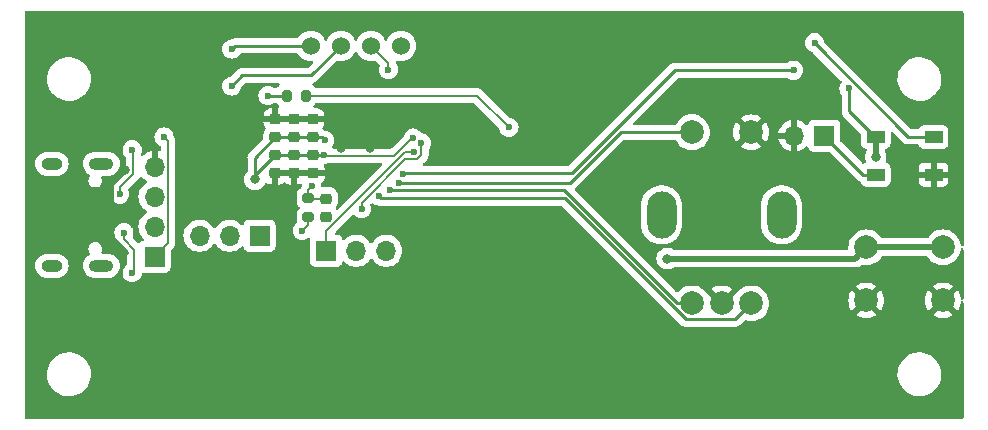
<source format=gbr>
G04 #@! TF.GenerationSoftware,KiCad,Pcbnew,7.0.1*
G04 #@! TF.CreationDate,2023-03-22T01:49:52-05:00*
G04 #@! TF.ProjectId,V0_Display,56305f44-6973-4706-9c61-792e6b696361,rev?*
G04 #@! TF.SameCoordinates,Original*
G04 #@! TF.FileFunction,Copper,L1,Top*
G04 #@! TF.FilePolarity,Positive*
%FSLAX46Y46*%
G04 Gerber Fmt 4.6, Leading zero omitted, Abs format (unit mm)*
G04 Created by KiCad (PCBNEW 7.0.1) date 2023-03-22 01:49:52*
%MOMM*%
%LPD*%
G01*
G04 APERTURE LIST*
G04 Aperture macros list*
%AMRoundRect*
0 Rectangle with rounded corners*
0 $1 Rounding radius*
0 $2 $3 $4 $5 $6 $7 $8 $9 X,Y pos of 4 corners*
0 Add a 4 corners polygon primitive as box body*
4,1,4,$2,$3,$4,$5,$6,$7,$8,$9,$2,$3,0*
0 Add four circle primitives for the rounded corners*
1,1,$1+$1,$2,$3*
1,1,$1+$1,$4,$5*
1,1,$1+$1,$6,$7*
1,1,$1+$1,$8,$9*
0 Add four rect primitives between the rounded corners*
20,1,$1+$1,$2,$3,$4,$5,0*
20,1,$1+$1,$4,$5,$6,$7,0*
20,1,$1+$1,$6,$7,$8,$9,0*
20,1,$1+$1,$8,$9,$2,$3,0*%
G04 Aperture macros list end*
G04 #@! TA.AperFunction,SMDPad,CuDef*
%ADD10R,1.500000X1.000000*%
G04 #@! TD*
G04 #@! TA.AperFunction,ComponentPad*
%ADD11C,2.000000*%
G04 #@! TD*
G04 #@! TA.AperFunction,ComponentPad*
%ADD12O,2.500000X4.000000*%
G04 #@! TD*
G04 #@! TA.AperFunction,ComponentPad*
%ADD13C,1.524000*%
G04 #@! TD*
G04 #@! TA.AperFunction,SMDPad,CuDef*
%ADD14RoundRect,0.200000X-0.275000X0.200000X-0.275000X-0.200000X0.275000X-0.200000X0.275000X0.200000X0*%
G04 #@! TD*
G04 #@! TA.AperFunction,SMDPad,CuDef*
%ADD15RoundRect,0.225000X-0.250000X0.225000X-0.250000X-0.225000X0.250000X-0.225000X0.250000X0.225000X0*%
G04 #@! TD*
G04 #@! TA.AperFunction,SMDPad,CuDef*
%ADD16RoundRect,0.225000X0.250000X-0.225000X0.250000X0.225000X-0.250000X0.225000X-0.250000X-0.225000X0*%
G04 #@! TD*
G04 #@! TA.AperFunction,SMDPad,CuDef*
%ADD17RoundRect,0.200000X-0.200000X-0.275000X0.200000X-0.275000X0.200000X0.275000X-0.200000X0.275000X0*%
G04 #@! TD*
G04 #@! TA.AperFunction,ComponentPad*
%ADD18R,1.700000X1.700000*%
G04 #@! TD*
G04 #@! TA.AperFunction,ComponentPad*
%ADD19O,1.700000X1.700000*%
G04 #@! TD*
G04 #@! TA.AperFunction,ComponentPad*
%ADD20O,1.800000X1.000000*%
G04 #@! TD*
G04 #@! TA.AperFunction,ComponentPad*
%ADD21O,2.100000X1.000000*%
G04 #@! TD*
G04 #@! TA.AperFunction,ViaPad*
%ADD22C,0.600000*%
G04 #@! TD*
G04 #@! TA.AperFunction,ViaPad*
%ADD23C,0.800000*%
G04 #@! TD*
G04 #@! TA.AperFunction,Conductor*
%ADD24C,0.500000*%
G04 #@! TD*
G04 #@! TA.AperFunction,Conductor*
%ADD25C,0.250000*%
G04 #@! TD*
G04 #@! TA.AperFunction,Conductor*
%ADD26C,0.200000*%
G04 #@! TD*
G04 APERTURE END LIST*
D10*
X157470000Y-60550000D03*
X157470000Y-63750000D03*
X162370000Y-63750000D03*
X162370000Y-60550000D03*
D11*
X156670000Y-69900000D03*
X163170000Y-69900000D03*
X156670000Y-74400000D03*
X163170000Y-74400000D03*
X141920000Y-74650000D03*
X146920000Y-74650000D03*
X144420000Y-74650000D03*
D12*
X139340000Y-67150000D03*
X149500000Y-67150000D03*
D11*
X141920000Y-60150000D03*
X146920000Y-60150000D03*
D13*
X109660000Y-52850000D03*
X112200000Y-52850000D03*
X114740000Y-52850000D03*
X117280000Y-52850000D03*
D14*
X109420000Y-65725000D03*
X109420000Y-67375000D03*
D15*
X110944000Y-65775000D03*
X110944000Y-67325000D03*
X108220000Y-62075000D03*
X108220000Y-63625000D03*
D16*
X106620000Y-60600000D03*
X106620000Y-59050000D03*
X109820000Y-60600000D03*
X109820000Y-59050000D03*
D17*
X107595000Y-57050000D03*
X109245000Y-57050000D03*
D15*
X109844000Y-62075000D03*
X109844000Y-63625000D03*
X106620000Y-62075000D03*
X106620000Y-63625000D03*
D16*
X108220000Y-60600000D03*
X108220000Y-59050000D03*
D18*
X110954000Y-70198000D03*
D19*
X113494000Y-70198000D03*
X116034000Y-70198000D03*
D18*
X105304000Y-68928000D03*
D19*
X102764000Y-68928000D03*
X100224000Y-68928000D03*
D18*
X153115000Y-60445000D03*
D19*
X150575000Y-60445000D03*
D18*
X96414000Y-70706000D03*
D19*
X96414000Y-68166000D03*
X96414000Y-65626000D03*
X96414000Y-63086000D03*
D20*
X87719000Y-71470000D03*
D21*
X91919000Y-71470000D03*
D20*
X87719000Y-62830000D03*
D21*
X91919000Y-62830000D03*
D22*
X107520000Y-76850000D03*
D23*
X114620000Y-59050000D03*
X104920000Y-74550000D03*
X93920000Y-63350000D03*
X113394000Y-60254000D03*
D22*
X106620000Y-57999502D03*
D23*
X112220000Y-61450000D03*
X112120000Y-59050000D03*
D22*
X121020000Y-61525000D03*
X121020000Y-58050000D03*
D23*
X106109000Y-73496000D03*
X114620000Y-61450000D03*
X124820000Y-52350000D03*
D22*
X152292000Y-57322000D03*
X155220000Y-56450000D03*
X97220000Y-60550000D03*
D23*
X157470000Y-62250000D03*
D22*
X116220000Y-54850000D03*
X113940000Y-66642000D03*
X119007682Y-61061295D03*
X118408182Y-61853000D03*
X93820000Y-68650000D03*
X94520000Y-72050000D03*
X102950000Y-56250000D03*
X102950000Y-53120000D03*
X110816000Y-60854000D03*
D23*
X104920000Y-64150000D03*
D22*
X110771353Y-62049429D03*
X118320000Y-60653500D03*
X108918584Y-68478584D03*
X109720000Y-64750000D03*
X152292000Y-52578000D03*
X106020000Y-57050000D03*
X94520000Y-61650000D03*
X93471999Y-65398001D03*
D23*
X139820000Y-70850000D03*
D22*
X117120000Y-64450000D03*
X115413246Y-65556754D03*
X116320000Y-65049500D03*
X117461500Y-63691500D03*
X150520000Y-54900000D03*
X126420000Y-59750000D03*
D24*
X92721999Y-69101500D02*
X92721999Y-64548001D01*
D25*
X162370000Y-63750000D02*
X162370000Y-63350000D01*
D24*
X92721999Y-64548001D02*
X93920000Y-63350000D01*
X94018000Y-70397501D02*
X92721999Y-69101500D01*
D25*
X162370000Y-63750000D02*
X162370000Y-63255000D01*
D26*
X97564000Y-69556000D02*
X96414000Y-70706000D01*
X97564000Y-60894000D02*
X97564000Y-69556000D01*
D25*
X155220000Y-58392000D02*
X157378000Y-60550000D01*
X155220000Y-56450000D02*
X155220000Y-58392000D01*
D24*
X157470000Y-62250000D02*
X157470000Y-60550000D01*
D26*
X97220000Y-60550000D02*
X97564000Y-60894000D01*
X116220000Y-54850000D02*
X116220000Y-54330000D01*
X116220000Y-54330000D02*
X114740000Y-52850000D01*
X113940000Y-66130000D02*
X117617000Y-62453000D01*
X113940000Y-66642000D02*
X113940000Y-66130000D01*
X119007682Y-62102029D02*
X119007682Y-61061295D01*
X118656711Y-62453000D02*
X119007682Y-62102029D01*
X117617000Y-62453000D02*
X118656711Y-62453000D01*
X117651314Y-61853000D02*
X110954000Y-68550314D01*
X118408182Y-61853000D02*
X117651314Y-61853000D01*
X110954000Y-68550314D02*
X110954000Y-70198000D01*
X94520000Y-72050000D02*
X94718000Y-71852000D01*
X93820000Y-69209551D02*
X93820000Y-68650000D01*
X94718000Y-70107551D02*
X93820000Y-69209551D01*
X94718000Y-71852000D02*
X94718000Y-70107551D01*
D25*
X109700000Y-55350000D02*
X112200000Y-52850000D01*
X102950000Y-56250000D02*
X103850000Y-55350000D01*
X103850000Y-55350000D02*
X109700000Y-55350000D01*
X102950000Y-53120000D02*
X103220000Y-52850000D01*
X103220000Y-52850000D02*
X109660000Y-52850000D01*
D26*
X116705785Y-62150000D02*
X118202285Y-60653500D01*
D25*
X110745782Y-62075000D02*
X110771353Y-62049429D01*
X104920000Y-64150000D02*
X104920000Y-63775000D01*
X104920000Y-62300000D02*
X106620000Y-60600000D01*
D26*
X110871924Y-62150000D02*
X116705785Y-62150000D01*
D25*
X106620000Y-60600000D02*
X110562000Y-60600000D01*
X110562000Y-60600000D02*
X110816000Y-60854000D01*
X104920000Y-64150000D02*
X104920000Y-62300000D01*
X104920000Y-63775000D02*
X106620000Y-62075000D01*
D26*
X109420000Y-67375000D02*
X109420000Y-67977168D01*
D25*
X109844000Y-62075000D02*
X110745782Y-62075000D01*
D26*
X110771353Y-62049429D02*
X110871924Y-62150000D01*
X109420000Y-67977168D02*
X108918584Y-68478584D01*
D25*
X109844000Y-62075000D02*
X106620000Y-62075000D01*
D26*
X118202285Y-60653500D02*
X118320000Y-60653500D01*
X109420000Y-65050000D02*
X109420000Y-65725000D01*
X109720000Y-64750000D02*
X109420000Y-65050000D01*
X110944000Y-65775000D02*
X109470000Y-65775000D01*
D25*
X156420000Y-63750000D02*
X157470000Y-63750000D01*
X153115000Y-60445000D02*
X156420000Y-63750000D01*
X152292000Y-52622000D02*
X160220000Y-60550000D01*
X160220000Y-60550000D02*
X162370000Y-60550000D01*
X152292000Y-52578000D02*
X152292000Y-52622000D01*
X107595000Y-57050000D02*
X106020000Y-57050000D01*
D26*
X94620000Y-61750000D02*
X94520000Y-61650000D01*
X94620000Y-63660050D02*
X94620000Y-61750000D01*
X93471999Y-64808051D02*
X94620000Y-63660050D01*
X93471999Y-65398001D02*
X93471999Y-64808051D01*
D24*
X163170000Y-69900000D02*
X156670000Y-69900000D01*
X139820000Y-70850000D02*
X155720000Y-70850000D01*
X155720000Y-70850000D02*
X156670000Y-69900000D01*
D25*
X131570000Y-64450000D02*
X135870000Y-60150000D01*
X135870000Y-60150000D02*
X141920000Y-60150000D01*
X117120000Y-64450000D02*
X131570000Y-64450000D01*
X145595000Y-75975000D02*
X146920000Y-74650000D01*
X115606492Y-65750000D02*
X131146167Y-65750000D01*
X115413246Y-65556754D02*
X115606492Y-65750000D01*
X141371167Y-75975000D02*
X145595000Y-75975000D01*
X131146167Y-65750000D02*
X141371167Y-75975000D01*
X116345500Y-65075000D02*
X131107563Y-65075000D01*
X131107563Y-65075000D02*
X140682563Y-74650000D01*
X116320000Y-65049500D02*
X116345500Y-65075000D01*
X140682563Y-74650000D02*
X141920000Y-74650000D01*
X117503000Y-63650000D02*
X131733604Y-63650000D01*
X117461500Y-63691500D02*
X117503000Y-63650000D01*
X140483604Y-54900000D02*
X150520000Y-54900000D01*
X131733604Y-63650000D02*
X140483604Y-54900000D01*
D26*
X123720000Y-57050000D02*
X109245000Y-57050000D01*
X126420000Y-59750000D02*
X123720000Y-57050000D01*
G04 #@! TA.AperFunction,Conductor*
G36*
X164857000Y-49916881D02*
G01*
X164903119Y-49963000D01*
X164920000Y-50026000D01*
X164920000Y-69702358D01*
X164903935Y-69763924D01*
X164859835Y-69809791D01*
X164798947Y-69828261D01*
X164736797Y-69814625D01*
X164689235Y-69772360D01*
X164668388Y-69712244D01*
X164664535Y-69663288D01*
X164638397Y-69554417D01*
X164609105Y-69432406D01*
X164518240Y-69213037D01*
X164517864Y-69212424D01*
X164394176Y-69010584D01*
X164239969Y-68830030D01*
X164059415Y-68675823D01*
X163856966Y-68551761D01*
X163637594Y-68460895D01*
X163406711Y-68405464D01*
X163170000Y-68386835D01*
X162933288Y-68405464D01*
X162702405Y-68460895D01*
X162483033Y-68551761D01*
X162280584Y-68675823D01*
X162100030Y-68830030D01*
X161945823Y-69010584D01*
X161902467Y-69081335D01*
X161856601Y-69125435D01*
X161795035Y-69141500D01*
X158044965Y-69141500D01*
X157983399Y-69125435D01*
X157937533Y-69081335D01*
X157894176Y-69010584D01*
X157739969Y-68830030D01*
X157559415Y-68675823D01*
X157356966Y-68551761D01*
X157137594Y-68460895D01*
X156906711Y-68405464D01*
X156670000Y-68386835D01*
X156433288Y-68405464D01*
X156202405Y-68460895D01*
X155983033Y-68551761D01*
X155780584Y-68675823D01*
X155600030Y-68830030D01*
X155445823Y-69010584D01*
X155321761Y-69213033D01*
X155230895Y-69432405D01*
X155175464Y-69663288D01*
X155156835Y-69900000D01*
X155161212Y-69955614D01*
X155147867Y-70022703D01*
X155101435Y-70072933D01*
X155035600Y-70091500D01*
X140362586Y-70091500D01*
X140323649Y-70085333D01*
X140288529Y-70067438D01*
X140276752Y-70058882D01*
X140102288Y-69981206D01*
X139915487Y-69941500D01*
X139724513Y-69941500D01*
X139599978Y-69967970D01*
X139537711Y-69981206D01*
X139363246Y-70058883D01*
X139208747Y-70171133D01*
X139080958Y-70313057D01*
X138985472Y-70478443D01*
X138926458Y-70660070D01*
X138906496Y-70850000D01*
X138926458Y-71039929D01*
X138985472Y-71221556D01*
X139080958Y-71386942D01*
X139104569Y-71413165D01*
X139208747Y-71528866D01*
X139363248Y-71641118D01*
X139537712Y-71718794D01*
X139724513Y-71758500D01*
X139915485Y-71758500D01*
X139915487Y-71758500D01*
X140102288Y-71718794D01*
X140276752Y-71641118D01*
X140288529Y-71632561D01*
X140323649Y-71614667D01*
X140362586Y-71608500D01*
X155655559Y-71608500D01*
X155673820Y-71609830D01*
X155697789Y-71613341D01*
X155744253Y-71609275D01*
X155747647Y-71608979D01*
X155758628Y-71608500D01*
X155764177Y-71608500D01*
X155764180Y-71608500D01*
X155795301Y-71604861D01*
X155798889Y-71604495D01*
X155874426Y-71597887D01*
X155874430Y-71597885D01*
X155875751Y-71597770D01*
X155894856Y-71593535D01*
X155896106Y-71593079D01*
X155896113Y-71593079D01*
X155967400Y-71567132D01*
X155970769Y-71565961D01*
X156042738Y-71542114D01*
X156042739Y-71542112D01*
X156044007Y-71541693D01*
X156061613Y-71533169D01*
X156062725Y-71532437D01*
X156062732Y-71532435D01*
X156126138Y-71490730D01*
X156129161Y-71488806D01*
X156193651Y-71449030D01*
X156193652Y-71449028D01*
X156194788Y-71448328D01*
X156209959Y-71435970D01*
X156210872Y-71435002D01*
X156210874Y-71435001D01*
X156231476Y-71413164D01*
X156232985Y-71411565D01*
X156288673Y-71377271D01*
X156354048Y-71375511D01*
X156433289Y-71394535D01*
X156670000Y-71413165D01*
X156906711Y-71394535D01*
X157137594Y-71339105D01*
X157356963Y-71248240D01*
X157559416Y-71124176D01*
X157739969Y-70969969D01*
X157894176Y-70789416D01*
X157937531Y-70718665D01*
X157983399Y-70674565D01*
X158044965Y-70658500D01*
X161795035Y-70658500D01*
X161856601Y-70674565D01*
X161902467Y-70718665D01*
X161945823Y-70789415D01*
X162100030Y-70969969D01*
X162280584Y-71124176D01*
X162483033Y-71248238D01*
X162483035Y-71248238D01*
X162483037Y-71248240D01*
X162702406Y-71339105D01*
X162861379Y-71377271D01*
X162933288Y-71394535D01*
X162950558Y-71395894D01*
X163170000Y-71413165D01*
X163406711Y-71394535D01*
X163637594Y-71339105D01*
X163856963Y-71248240D01*
X164059416Y-71124176D01*
X164239969Y-70969969D01*
X164394176Y-70789416D01*
X164518240Y-70586963D01*
X164609105Y-70367594D01*
X164664535Y-70136711D01*
X164668387Y-70087756D01*
X164689235Y-70027640D01*
X164736797Y-69985375D01*
X164798947Y-69971739D01*
X164859835Y-69990209D01*
X164903935Y-70036076D01*
X164920000Y-70097642D01*
X164920000Y-74208729D01*
X164903934Y-74270295D01*
X164859835Y-74316162D01*
X164798947Y-74334632D01*
X164736797Y-74320996D01*
X164689235Y-74278731D01*
X164668388Y-74218615D01*
X164664039Y-74163366D01*
X164608627Y-73932559D01*
X164517791Y-73713261D01*
X164403102Y-73526107D01*
X164403101Y-73526107D01*
X163529210Y-74400000D01*
X163529210Y-74400001D01*
X164403101Y-75273892D01*
X164403102Y-75273891D01*
X164517791Y-75086738D01*
X164608627Y-74867440D01*
X164664039Y-74636633D01*
X164668388Y-74581385D01*
X164689235Y-74521269D01*
X164736797Y-74479004D01*
X164798947Y-74465368D01*
X164859835Y-74483838D01*
X164903934Y-74529705D01*
X164920000Y-74591271D01*
X164920000Y-84274000D01*
X164903119Y-84337000D01*
X164857000Y-84383119D01*
X164794000Y-84400000D01*
X85550000Y-84400000D01*
X85487000Y-84383119D01*
X85440881Y-84337000D01*
X85424000Y-84274000D01*
X85424000Y-80717766D01*
X87315787Y-80717766D01*
X87345413Y-80987015D01*
X87345414Y-80987018D01*
X87413928Y-81249088D01*
X87519870Y-81498390D01*
X87660982Y-81729610D01*
X87834255Y-81937820D01*
X87834256Y-81937821D01*
X87834258Y-81937823D01*
X88035993Y-82118578D01*
X88035995Y-82118579D01*
X88035998Y-82118582D01*
X88261910Y-82268044D01*
X88394104Y-82330014D01*
X88507171Y-82383018D01*
X88507173Y-82383018D01*
X88507176Y-82383020D01*
X88766569Y-82461060D01*
X88766572Y-82461060D01*
X88766574Y-82461061D01*
X89034558Y-82500500D01*
X89034561Y-82500500D01*
X89237630Y-82500500D01*
X89237631Y-82500500D01*
X89440156Y-82485677D01*
X89704553Y-82426780D01*
X89957558Y-82330014D01*
X90193777Y-82197441D01*
X90408177Y-82031888D01*
X90596186Y-81836881D01*
X90753799Y-81616579D01*
X90877656Y-81375675D01*
X90965118Y-81119305D01*
X91014319Y-80852933D01*
X91019259Y-80717766D01*
X159315787Y-80717766D01*
X159345413Y-80987015D01*
X159345414Y-80987018D01*
X159413928Y-81249088D01*
X159519870Y-81498390D01*
X159660982Y-81729610D01*
X159834255Y-81937820D01*
X159834256Y-81937821D01*
X159834258Y-81937823D01*
X160035993Y-82118578D01*
X160035995Y-82118579D01*
X160035998Y-82118582D01*
X160261910Y-82268044D01*
X160394104Y-82330014D01*
X160507171Y-82383018D01*
X160507173Y-82383018D01*
X160507176Y-82383020D01*
X160766569Y-82461060D01*
X160766572Y-82461060D01*
X160766574Y-82461061D01*
X161034558Y-82500500D01*
X161034561Y-82500500D01*
X161237630Y-82500500D01*
X161237631Y-82500500D01*
X161440156Y-82485677D01*
X161704553Y-82426780D01*
X161957558Y-82330014D01*
X162193777Y-82197441D01*
X162408177Y-82031888D01*
X162596186Y-81836881D01*
X162753799Y-81616579D01*
X162877656Y-81375675D01*
X162965118Y-81119305D01*
X163014319Y-80852933D01*
X163024212Y-80582235D01*
X162994586Y-80312982D01*
X162926072Y-80050912D01*
X162820130Y-79801610D01*
X162679018Y-79570390D01*
X162505745Y-79362180D01*
X162400759Y-79268112D01*
X162304006Y-79181421D01*
X162304003Y-79181419D01*
X162304002Y-79181418D01*
X162078090Y-79031956D01*
X162078086Y-79031954D01*
X161832828Y-78916981D01*
X161573425Y-78838938D01*
X161305442Y-78799500D01*
X161305439Y-78799500D01*
X161102369Y-78799500D01*
X161068614Y-78801970D01*
X160899839Y-78814323D01*
X160635449Y-78873219D01*
X160382441Y-78969985D01*
X160146225Y-79102557D01*
X159931820Y-79268114D01*
X159743815Y-79463117D01*
X159586200Y-79683422D01*
X159462342Y-79924328D01*
X159374882Y-80180693D01*
X159325681Y-80447065D01*
X159315787Y-80717766D01*
X91019259Y-80717766D01*
X91024212Y-80582235D01*
X90994586Y-80312982D01*
X90926072Y-80050912D01*
X90820130Y-79801610D01*
X90679018Y-79570390D01*
X90505745Y-79362180D01*
X90400759Y-79268112D01*
X90304006Y-79181421D01*
X90304003Y-79181419D01*
X90304002Y-79181418D01*
X90078090Y-79031956D01*
X90078086Y-79031954D01*
X89832828Y-78916981D01*
X89573425Y-78838938D01*
X89305442Y-78799500D01*
X89305439Y-78799500D01*
X89102369Y-78799500D01*
X89068614Y-78801970D01*
X88899839Y-78814323D01*
X88635449Y-78873219D01*
X88382441Y-78969985D01*
X88146225Y-79102557D01*
X87931820Y-79268114D01*
X87743815Y-79463117D01*
X87586200Y-79683422D01*
X87462342Y-79924328D01*
X87374882Y-80180693D01*
X87325681Y-80447065D01*
X87315787Y-80717766D01*
X85424000Y-80717766D01*
X85424000Y-71470000D01*
X86305619Y-71470000D01*
X86325091Y-71667701D01*
X86382758Y-71857802D01*
X86476406Y-72033007D01*
X86602431Y-72186568D01*
X86755992Y-72312593D01*
X86755996Y-72312595D01*
X86931196Y-72406241D01*
X87026247Y-72435074D01*
X87121298Y-72463908D01*
X87269450Y-72478500D01*
X87269453Y-72478500D01*
X88168547Y-72478500D01*
X88168550Y-72478500D01*
X88316701Y-72463908D01*
X88316701Y-72463907D01*
X88506804Y-72406241D01*
X88682004Y-72312595D01*
X88682005Y-72312593D01*
X88682007Y-72312593D01*
X88835568Y-72186568D01*
X88961593Y-72033007D01*
X88973272Y-72011157D01*
X89055241Y-71857804D01*
X89112908Y-71667701D01*
X89132380Y-71470000D01*
X90355619Y-71470000D01*
X90375091Y-71667701D01*
X90432758Y-71857802D01*
X90526406Y-72033007D01*
X90652431Y-72186568D01*
X90805992Y-72312593D01*
X90805996Y-72312595D01*
X90981196Y-72406241D01*
X91076247Y-72435074D01*
X91171298Y-72463908D01*
X91319450Y-72478500D01*
X91319453Y-72478500D01*
X92518547Y-72478500D01*
X92518550Y-72478500D01*
X92666701Y-72463908D01*
X92666701Y-72463907D01*
X92856804Y-72406241D01*
X93032004Y-72312595D01*
X93032005Y-72312593D01*
X93032007Y-72312593D01*
X93185568Y-72186568D01*
X93311593Y-72033007D01*
X93323272Y-72011157D01*
X93405241Y-71857804D01*
X93462908Y-71667701D01*
X93482380Y-71470000D01*
X93465066Y-71294205D01*
X93462908Y-71272298D01*
X93417975Y-71124176D01*
X93405241Y-71082196D01*
X93311595Y-70906996D01*
X93311593Y-70906992D01*
X93185568Y-70753431D01*
X93032007Y-70627406D01*
X92856802Y-70533758D01*
X92666701Y-70476091D01*
X92518550Y-70461500D01*
X92518547Y-70461500D01*
X92035898Y-70461500D01*
X91976502Y-70446622D01*
X91931133Y-70405502D01*
X91910505Y-70347850D01*
X91919489Y-70287282D01*
X91943676Y-70228889D01*
X91959687Y-70190236D01*
X91979466Y-70040000D01*
X91959687Y-69889764D01*
X91901698Y-69749767D01*
X91809451Y-69629549D01*
X91710638Y-69553727D01*
X91689232Y-69537301D01*
X91549235Y-69479312D01*
X91436720Y-69464500D01*
X91361280Y-69464500D01*
X91248764Y-69479312D01*
X91108767Y-69537301D01*
X90988549Y-69629549D01*
X90896301Y-69749767D01*
X90838312Y-69889764D01*
X90818534Y-70039999D01*
X90838312Y-70190235D01*
X90896301Y-70330232D01*
X90896302Y-70330233D01*
X90941336Y-70388922D01*
X90964311Y-70438017D01*
X90964533Y-70492224D01*
X90941960Y-70541508D01*
X90900769Y-70576747D01*
X90805993Y-70627406D01*
X90652431Y-70753431D01*
X90526406Y-70906992D01*
X90432758Y-71082197D01*
X90375091Y-71272298D01*
X90355619Y-71470000D01*
X89132380Y-71470000D01*
X89115066Y-71294205D01*
X89112908Y-71272298D01*
X89067975Y-71124176D01*
X89055241Y-71082196D01*
X88961595Y-70906996D01*
X88961593Y-70906992D01*
X88835568Y-70753431D01*
X88682007Y-70627406D01*
X88506802Y-70533758D01*
X88316701Y-70476091D01*
X88168550Y-70461500D01*
X88168547Y-70461500D01*
X87269453Y-70461500D01*
X87269450Y-70461500D01*
X87121298Y-70476091D01*
X86931197Y-70533758D01*
X86755992Y-70627406D01*
X86602431Y-70753431D01*
X86476406Y-70906992D01*
X86382758Y-71082197D01*
X86325091Y-71272298D01*
X86305619Y-71470000D01*
X85424000Y-71470000D01*
X85424000Y-65398000D01*
X92658383Y-65398000D01*
X92678782Y-65579050D01*
X92738955Y-65751015D01*
X92835888Y-65905283D01*
X92964716Y-66034111D01*
X93118984Y-66131044D01*
X93274073Y-66185312D01*
X93290952Y-66191218D01*
X93471999Y-66211617D01*
X93653046Y-66191218D01*
X93825014Y-66131044D01*
X93979280Y-66034112D01*
X94108110Y-65905282D01*
X94205042Y-65751016D01*
X94265216Y-65579048D01*
X94285615Y-65398001D01*
X94265216Y-65216954D01*
X94205042Y-65044986D01*
X94205040Y-65044983D01*
X94202824Y-65038649D01*
X94198912Y-64968997D01*
X94232656Y-64907941D01*
X95016235Y-64124362D01*
X95028619Y-64113502D01*
X95028788Y-64113372D01*
X95053987Y-64094037D01*
X95067948Y-64075841D01*
X95067952Y-64075838D01*
X95161623Y-63953766D01*
X95163973Y-63955569D01*
X95184128Y-63928671D01*
X95241032Y-63902815D01*
X95303361Y-63907486D01*
X95355775Y-63941535D01*
X95491096Y-64088533D01*
X95668702Y-64226769D01*
X95702207Y-64244902D01*
X95750478Y-64291218D01*
X95768237Y-64355715D01*
X95750478Y-64420212D01*
X95702207Y-64466528D01*
X95668423Y-64484811D01*
X95490762Y-64623091D01*
X95338278Y-64788731D01*
X95215139Y-64977209D01*
X95124702Y-65183388D01*
X95070355Y-65398001D01*
X95069436Y-65401632D01*
X95050844Y-65626000D01*
X95069436Y-65850368D01*
X95069436Y-65850371D01*
X95069437Y-65850372D01*
X95124702Y-66068611D01*
X95215139Y-66274790D01*
X95338278Y-66463268D01*
X95490762Y-66628908D01*
X95566880Y-66688153D01*
X95668424Y-66767189D01*
X95701682Y-66785187D01*
X95749951Y-66831500D01*
X95767711Y-66895997D01*
X95749953Y-66960494D01*
X95701683Y-67006811D01*
X95668423Y-67024810D01*
X95490762Y-67163091D01*
X95338278Y-67328731D01*
X95215139Y-67517209D01*
X95124702Y-67723388D01*
X95073624Y-67925094D01*
X95069436Y-67941632D01*
X95050844Y-68166000D01*
X95069436Y-68390368D01*
X95069436Y-68390371D01*
X95069437Y-68390372D01*
X95124702Y-68608611D01*
X95215139Y-68814790D01*
X95338278Y-69003268D01*
X95481475Y-69158820D01*
X95510712Y-69212424D01*
X95511315Y-69273480D01*
X95483141Y-69327650D01*
X95432808Y-69362213D01*
X95416221Y-69368400D01*
X95317793Y-69405111D01*
X95200737Y-69492739D01*
X95186414Y-69511872D01*
X95129578Y-69554417D01*
X95058763Y-69559480D01*
X94996453Y-69525455D01*
X94588540Y-69117542D01*
X94554794Y-69056485D01*
X94558706Y-68986832D01*
X94613216Y-68831049D01*
X94613217Y-68831047D01*
X94633616Y-68650000D01*
X94613217Y-68468953D01*
X94553043Y-68296985D01*
X94514301Y-68235328D01*
X94456110Y-68142717D01*
X94327282Y-68013889D01*
X94173014Y-67916956D01*
X94001049Y-67856783D01*
X93820000Y-67836384D01*
X93638950Y-67856783D01*
X93466985Y-67916956D01*
X93312717Y-68013889D01*
X93183889Y-68142717D01*
X93086956Y-68296985D01*
X93026783Y-68468950D01*
X93006384Y-68649999D01*
X93026783Y-68831049D01*
X93086955Y-69003011D01*
X93086956Y-69003013D01*
X93086957Y-69003015D01*
X93163879Y-69125435D01*
X93188829Y-69165143D01*
X93207063Y-69215729D01*
X93210422Y-69241245D01*
X93210423Y-69241257D01*
X93222044Y-69329524D01*
X93222044Y-69329526D01*
X93227161Y-69368400D01*
X93288476Y-69516429D01*
X93361521Y-69611623D01*
X93361524Y-69611625D01*
X93386010Y-69643535D01*
X93386011Y-69643536D01*
X93386013Y-69643538D01*
X93405512Y-69658500D01*
X93411379Y-69663002D01*
X93423769Y-69673869D01*
X94072595Y-70322695D01*
X94099909Y-70363572D01*
X94109500Y-70411790D01*
X94109500Y-71283440D01*
X94093778Y-71344389D01*
X94050538Y-71390125D01*
X94016901Y-71411261D01*
X94012714Y-71413892D01*
X93883889Y-71542717D01*
X93786956Y-71696985D01*
X93726783Y-71868950D01*
X93706384Y-72050000D01*
X93726783Y-72231049D01*
X93786956Y-72403014D01*
X93883889Y-72557282D01*
X94012717Y-72686110D01*
X94012719Y-72686111D01*
X94166985Y-72783043D01*
X94338953Y-72843217D01*
X94520000Y-72863616D01*
X94701047Y-72843217D01*
X94873015Y-72783043D01*
X95027281Y-72686111D01*
X95156111Y-72557281D01*
X95253043Y-72403015D01*
X95313217Y-72231047D01*
X95320141Y-72169587D01*
X95343841Y-72109050D01*
X95394570Y-72068383D01*
X95458813Y-72058420D01*
X95515362Y-72064500D01*
X97312638Y-72064500D01*
X97373201Y-72057989D01*
X97510204Y-72006889D01*
X97627261Y-71919261D01*
X97714889Y-71802204D01*
X97765989Y-71665201D01*
X97772500Y-71604638D01*
X97772500Y-70260240D01*
X97782091Y-70212022D01*
X97809404Y-70171145D01*
X97921666Y-70058882D01*
X97960239Y-70020308D01*
X97972624Y-70009448D01*
X97997987Y-69989987D01*
X98011948Y-69971791D01*
X98011952Y-69971788D01*
X98043323Y-69930906D01*
X98095524Y-69862876D01*
X98156838Y-69714851D01*
X98177751Y-69556000D01*
X98173577Y-69524301D01*
X98172500Y-69507856D01*
X98172500Y-68928000D01*
X98860844Y-68928000D01*
X98879436Y-69152368D01*
X98879436Y-69152371D01*
X98879437Y-69152372D01*
X98934702Y-69370611D01*
X99025139Y-69576790D01*
X99068746Y-69643535D01*
X99148278Y-69765268D01*
X99260525Y-69887200D01*
X99300762Y-69930908D01*
X99478421Y-70069187D01*
X99478424Y-70069189D01*
X99676426Y-70176342D01*
X99889365Y-70249444D01*
X100111431Y-70286500D01*
X100336566Y-70286500D01*
X100336569Y-70286500D01*
X100558635Y-70249444D01*
X100771574Y-70176342D01*
X100969576Y-70069189D01*
X101147240Y-69930906D01*
X101299722Y-69765268D01*
X101388518Y-69629354D01*
X101434031Y-69587458D01*
X101494000Y-69572272D01*
X101553969Y-69587458D01*
X101599481Y-69629354D01*
X101688278Y-69765268D01*
X101800525Y-69887200D01*
X101840762Y-69930908D01*
X102018421Y-70069187D01*
X102018424Y-70069189D01*
X102216426Y-70176342D01*
X102429365Y-70249444D01*
X102651431Y-70286500D01*
X102876566Y-70286500D01*
X102876569Y-70286500D01*
X103098635Y-70249444D01*
X103311574Y-70176342D01*
X103509576Y-70069189D01*
X103687240Y-69930906D01*
X103748246Y-69864635D01*
X103801716Y-69830238D01*
X103865177Y-69826327D01*
X103922469Y-69853903D01*
X103959000Y-69905942D01*
X104003109Y-70024203D01*
X104090738Y-70141261D01*
X104207794Y-70228888D01*
X104207795Y-70228888D01*
X104207796Y-70228889D01*
X104344799Y-70279989D01*
X104405362Y-70286500D01*
X106202638Y-70286500D01*
X106263201Y-70279989D01*
X106400204Y-70228889D01*
X106517261Y-70141261D01*
X106604889Y-70024204D01*
X106655989Y-69887201D01*
X106662500Y-69826638D01*
X106662500Y-68029362D01*
X106655989Y-67968799D01*
X106604889Y-67831796D01*
X106604888Y-67831794D01*
X106517261Y-67714738D01*
X106400205Y-67627111D01*
X106331702Y-67601560D01*
X106263201Y-67576011D01*
X106202638Y-67569500D01*
X104405362Y-67569500D01*
X104344799Y-67576011D01*
X104207794Y-67627111D01*
X104090738Y-67714738D01*
X104003109Y-67831796D01*
X103959000Y-67950057D01*
X103922469Y-68002096D01*
X103865178Y-68029672D01*
X103801716Y-68025762D01*
X103748245Y-67991362D01*
X103687240Y-67925094D01*
X103687239Y-67925093D01*
X103687237Y-67925091D01*
X103509578Y-67786812D01*
X103311573Y-67679657D01*
X103158510Y-67627111D01*
X103098635Y-67606556D01*
X102876569Y-67569500D01*
X102651431Y-67569500D01*
X102429365Y-67606556D01*
X102429362Y-67606556D01*
X102429362Y-67606557D01*
X102216426Y-67679657D01*
X102018421Y-67786812D01*
X101840762Y-67925091D01*
X101688278Y-68090731D01*
X101599483Y-68226643D01*
X101553969Y-68268541D01*
X101494000Y-68283727D01*
X101434031Y-68268541D01*
X101388517Y-68226643D01*
X101380486Y-68214350D01*
X101299722Y-68090732D01*
X101147240Y-67925094D01*
X101147239Y-67925093D01*
X101147237Y-67925091D01*
X100969578Y-67786812D01*
X100771573Y-67679657D01*
X100618510Y-67627111D01*
X100558635Y-67606556D01*
X100336569Y-67569500D01*
X100111431Y-67569500D01*
X99889365Y-67606556D01*
X99889362Y-67606556D01*
X99889362Y-67606557D01*
X99676426Y-67679657D01*
X99478421Y-67786812D01*
X99300762Y-67925091D01*
X99148278Y-68090731D01*
X99025139Y-68279209D01*
X98934702Y-68485388D01*
X98886797Y-68674564D01*
X98879436Y-68703632D01*
X98860844Y-68928000D01*
X98172500Y-68928000D01*
X98172500Y-64150000D01*
X104006496Y-64150000D01*
X104014498Y-64226131D01*
X104026458Y-64339929D01*
X104085472Y-64521556D01*
X104180958Y-64686942D01*
X104254097Y-64768171D01*
X104308747Y-64828866D01*
X104463248Y-64941118D01*
X104637712Y-65018794D01*
X104824513Y-65058500D01*
X105015485Y-65058500D01*
X105015487Y-65058500D01*
X105202288Y-65018794D01*
X105376752Y-64941118D01*
X105531253Y-64828866D01*
X105659040Y-64686944D01*
X105754527Y-64521556D01*
X105756406Y-64515770D01*
X105785475Y-64467312D01*
X105832800Y-64436431D01*
X105888863Y-64429340D01*
X105942387Y-64447465D01*
X106058115Y-64518847D01*
X106220760Y-64572743D01*
X106321161Y-64583000D01*
X106366000Y-64583000D01*
X106366000Y-63879000D01*
X106874000Y-63879000D01*
X106874000Y-64583000D01*
X106918839Y-64583000D01*
X107019239Y-64572743D01*
X107181885Y-64518847D01*
X107327726Y-64428891D01*
X107330901Y-64425717D01*
X107387387Y-64393103D01*
X107452613Y-64393103D01*
X107509099Y-64425717D01*
X107512273Y-64428891D01*
X107658114Y-64518847D01*
X107820760Y-64572743D01*
X107921161Y-64583000D01*
X107966000Y-64583000D01*
X107966000Y-63879000D01*
X106874000Y-63879000D01*
X106366000Y-63879000D01*
X106366000Y-63497000D01*
X106382881Y-63434000D01*
X106429000Y-63387881D01*
X106492000Y-63371000D01*
X110827000Y-63371000D01*
X110827000Y-63351161D01*
X110816743Y-63250760D01*
X110762847Y-63088115D01*
X110737903Y-63047674D01*
X110719301Y-62987807D01*
X110731850Y-62926386D01*
X110772446Y-62878615D01*
X110831032Y-62856320D01*
X110952400Y-62842646D01*
X111124368Y-62782472D01*
X111131784Y-62777812D01*
X111198818Y-62758500D01*
X115581075Y-62758500D01*
X115638278Y-62772233D01*
X115683011Y-62810439D01*
X115705524Y-62864789D01*
X115700908Y-62923436D01*
X115670170Y-62973595D01*
X111972780Y-66670982D01*
X111925052Y-66700903D01*
X111869055Y-66707035D01*
X111815983Y-66688153D01*
X111776442Y-66648031D01*
X111772886Y-66642266D01*
X111770067Y-66639447D01*
X111737455Y-66582960D01*
X111737457Y-66517735D01*
X111770070Y-66461254D01*
X111773285Y-66458040D01*
X111863302Y-66312101D01*
X111917236Y-66149336D01*
X111927500Y-66048872D01*
X111927500Y-65501128D01*
X111917236Y-65400664D01*
X111863302Y-65237899D01*
X111773285Y-65091960D01*
X111773283Y-65091958D01*
X111773282Y-65091956D01*
X111652043Y-64970717D01*
X111652040Y-64970715D01*
X111506101Y-64880698D01*
X111343336Y-64826764D01*
X111242872Y-64816500D01*
X110653709Y-64816500D01*
X110594833Y-64801899D01*
X110549603Y-64761478D01*
X110528501Y-64704607D01*
X110513217Y-64568953D01*
X110513041Y-64568452D01*
X110512924Y-64566358D01*
X110511627Y-64554845D01*
X110512273Y-64554772D01*
X110509130Y-64498801D01*
X110542876Y-64437742D01*
X110672890Y-64307728D01*
X110762847Y-64161885D01*
X110816743Y-63999239D01*
X110827000Y-63898839D01*
X110827000Y-63879000D01*
X108474000Y-63879000D01*
X108474000Y-64583000D01*
X108518839Y-64583000D01*
X108619237Y-64572743D01*
X108751382Y-64528954D01*
X108813669Y-64524611D01*
X108870394Y-64550705D01*
X108907626Y-64600828D01*
X108916223Y-64662672D01*
X108914294Y-64679785D01*
X108889055Y-64742368D01*
X108888475Y-64743122D01*
X108844043Y-64850391D01*
X108823199Y-64884291D01*
X108792821Y-64909999D01*
X108779036Y-64918333D01*
X108704841Y-64963186D01*
X108583185Y-65084842D01*
X108494173Y-65232087D01*
X108442986Y-65396351D01*
X108436500Y-65467735D01*
X108436500Y-65982264D01*
X108442986Y-66053648D01*
X108472804Y-66149336D01*
X108494173Y-66217913D01*
X108551112Y-66312101D01*
X108583185Y-66365157D01*
X108678933Y-66460905D01*
X108711545Y-66517389D01*
X108711545Y-66582611D01*
X108678933Y-66639095D01*
X108583185Y-66734842D01*
X108494173Y-66882087D01*
X108442986Y-67046351D01*
X108436500Y-67117735D01*
X108436500Y-67632264D01*
X108442986Y-67703646D01*
X108442987Y-67703649D01*
X108445781Y-67712615D01*
X108447825Y-67780253D01*
X108414581Y-67839194D01*
X108282473Y-67971301D01*
X108185540Y-68125569D01*
X108125367Y-68297534D01*
X108104968Y-68478584D01*
X108125367Y-68659633D01*
X108185540Y-68831598D01*
X108282473Y-68985866D01*
X108411301Y-69114694D01*
X108453963Y-69141500D01*
X108565569Y-69211627D01*
X108737537Y-69271801D01*
X108918584Y-69292200D01*
X109099631Y-69271801D01*
X109271599Y-69211627D01*
X109398378Y-69131965D01*
X109408981Y-69125304D01*
X109475856Y-69105991D01*
X109542781Y-69125133D01*
X109589329Y-69176888D01*
X109601294Y-69245459D01*
X109595500Y-69299362D01*
X109595500Y-71096638D01*
X109602011Y-71157201D01*
X109618312Y-71200906D01*
X109653111Y-71294205D01*
X109740738Y-71411261D01*
X109857794Y-71498888D01*
X109857795Y-71498888D01*
X109857796Y-71498889D01*
X109994799Y-71549989D01*
X110055362Y-71556500D01*
X111852638Y-71556500D01*
X111913201Y-71549989D01*
X112050204Y-71498889D01*
X112167261Y-71411261D01*
X112254889Y-71294204D01*
X112298999Y-71175941D01*
X112335530Y-71123903D01*
X112392821Y-71096327D01*
X112456282Y-71100237D01*
X112509753Y-71134636D01*
X112547780Y-71175943D01*
X112570762Y-71200908D01*
X112748316Y-71339105D01*
X112748424Y-71339189D01*
X112946426Y-71446342D01*
X113159365Y-71519444D01*
X113381431Y-71556500D01*
X113606566Y-71556500D01*
X113606569Y-71556500D01*
X113828635Y-71519444D01*
X114041574Y-71446342D01*
X114239576Y-71339189D01*
X114417240Y-71200906D01*
X114569722Y-71035268D01*
X114658518Y-70899354D01*
X114704031Y-70857458D01*
X114764000Y-70842272D01*
X114823969Y-70857458D01*
X114869481Y-70899354D01*
X114958278Y-71035268D01*
X115070525Y-71157200D01*
X115110762Y-71200908D01*
X115288316Y-71339105D01*
X115288424Y-71339189D01*
X115486426Y-71446342D01*
X115699365Y-71519444D01*
X115921431Y-71556500D01*
X116146566Y-71556500D01*
X116146569Y-71556500D01*
X116368635Y-71519444D01*
X116581574Y-71446342D01*
X116779576Y-71339189D01*
X116957240Y-71200906D01*
X117109722Y-71035268D01*
X117232860Y-70846791D01*
X117323296Y-70640616D01*
X117378564Y-70422368D01*
X117397156Y-70198000D01*
X117378564Y-69973632D01*
X117323296Y-69755384D01*
X117232860Y-69549209D01*
X117109722Y-69360732D01*
X116957240Y-69195094D01*
X116957239Y-69195093D01*
X116957237Y-69195091D01*
X116779578Y-69056812D01*
X116581573Y-68949657D01*
X116417618Y-68893372D01*
X116368635Y-68876556D01*
X116146569Y-68839500D01*
X115921431Y-68839500D01*
X115699365Y-68876556D01*
X115699362Y-68876556D01*
X115699362Y-68876557D01*
X115486426Y-68949657D01*
X115288421Y-69056812D01*
X115110762Y-69195091D01*
X114958278Y-69360731D01*
X114869483Y-69496643D01*
X114823969Y-69538541D01*
X114764000Y-69553727D01*
X114704031Y-69538541D01*
X114658517Y-69496643D01*
X114613131Y-69427174D01*
X114569722Y-69360732D01*
X114417240Y-69195094D01*
X114417239Y-69195093D01*
X114417237Y-69195091D01*
X114239578Y-69056812D01*
X114041573Y-68949657D01*
X113877618Y-68893372D01*
X113828635Y-68876556D01*
X113606569Y-68839500D01*
X113381431Y-68839500D01*
X113159365Y-68876556D01*
X113159362Y-68876556D01*
X113159362Y-68876557D01*
X112946426Y-68949657D01*
X112748421Y-69056812D01*
X112570758Y-69195094D01*
X112509754Y-69261362D01*
X112456282Y-69295762D01*
X112392820Y-69299672D01*
X112335530Y-69272096D01*
X112298998Y-69220056D01*
X112296379Y-69213033D01*
X112254889Y-69101796D01*
X112253124Y-69099438D01*
X112167261Y-68984738D01*
X112050205Y-68897111D01*
X111981702Y-68871561D01*
X111913201Y-68846011D01*
X111852638Y-68839500D01*
X111829553Y-68839500D01*
X111772350Y-68825767D01*
X111727617Y-68787561D01*
X111705104Y-68733211D01*
X111709720Y-68674564D01*
X111740455Y-68624407D01*
X113170642Y-67194219D01*
X113227123Y-67161610D01*
X113292345Y-67161610D01*
X113348829Y-67194222D01*
X113432717Y-67278110D01*
X113586985Y-67375043D01*
X113758953Y-67435217D01*
X113940000Y-67455616D01*
X114121047Y-67435217D01*
X114293015Y-67375043D01*
X114447281Y-67278111D01*
X114576111Y-67149281D01*
X114673043Y-66995015D01*
X114733217Y-66823047D01*
X114753616Y-66642000D01*
X114733217Y-66460953D01*
X114691030Y-66340391D01*
X114687119Y-66270739D01*
X114720863Y-66209684D01*
X114732730Y-66197817D01*
X114789212Y-66165207D01*
X114854434Y-66165207D01*
X114892695Y-66187298D01*
X114893944Y-66185312D01*
X115036349Y-66274791D01*
X115060231Y-66289797D01*
X115232199Y-66349971D01*
X115413246Y-66370370D01*
X115431632Y-66368298D01*
X115465435Y-66369055D01*
X115467285Y-66369347D01*
X115472011Y-66370096D01*
X115483617Y-66372498D01*
X115526462Y-66383500D01*
X115546716Y-66383500D01*
X115566426Y-66385051D01*
X115586434Y-66388220D01*
X115586434Y-66388219D01*
X115586435Y-66388220D01*
X115630453Y-66384058D01*
X115642311Y-66383500D01*
X130831573Y-66383500D01*
X130879791Y-66393091D01*
X130920668Y-66420405D01*
X140863918Y-76363655D01*
X140877002Y-76379985D01*
X140928833Y-76428657D01*
X140931676Y-76431413D01*
X140951397Y-76451134D01*
X140954585Y-76453607D01*
X140963611Y-76461316D01*
X140983022Y-76479543D01*
X140995846Y-76491586D01*
X141013599Y-76501346D01*
X141030122Y-76512200D01*
X141046124Y-76524612D01*
X141046127Y-76524614D01*
X141086706Y-76542174D01*
X141097355Y-76547391D01*
X141136102Y-76568693D01*
X141136104Y-76568693D01*
X141136107Y-76568695D01*
X141155741Y-76573736D01*
X141174426Y-76580134D01*
X141193022Y-76588181D01*
X141236697Y-76595098D01*
X141248292Y-76597498D01*
X141291137Y-76608500D01*
X141311391Y-76608500D01*
X141331101Y-76610051D01*
X141351109Y-76613220D01*
X141351109Y-76613219D01*
X141351110Y-76613220D01*
X141395128Y-76609058D01*
X141406986Y-76608500D01*
X145511147Y-76608500D01*
X145531935Y-76610795D01*
X145534907Y-76610701D01*
X145534909Y-76610702D01*
X145602985Y-76608562D01*
X145606945Y-76608500D01*
X145634852Y-76608500D01*
X145634856Y-76608500D01*
X145638865Y-76607993D01*
X145650699Y-76607061D01*
X145694889Y-76605673D01*
X145714338Y-76600021D01*
X145733698Y-76596012D01*
X145753797Y-76593474D01*
X145794915Y-76577193D01*
X145806117Y-76573357D01*
X145848593Y-76561018D01*
X145866039Y-76550699D01*
X145883780Y-76542009D01*
X145902617Y-76534552D01*
X145938392Y-76508558D01*
X145948303Y-76502048D01*
X145986362Y-76479542D01*
X146000691Y-76465212D01*
X146015719Y-76452377D01*
X146032107Y-76440472D01*
X146060303Y-76406386D01*
X146068272Y-76397630D01*
X146341541Y-76124361D01*
X146396433Y-76092189D01*
X146460045Y-76090939D01*
X146624937Y-76130526D01*
X146683288Y-76144535D01*
X146701918Y-76146001D01*
X146920000Y-76163165D01*
X147156711Y-76144535D01*
X147387594Y-76089105D01*
X147606963Y-75998240D01*
X147809416Y-75874176D01*
X147989969Y-75719969D01*
X148064161Y-75633102D01*
X155796107Y-75633102D01*
X155983261Y-75747791D01*
X156202559Y-75838627D01*
X156433366Y-75894039D01*
X156670000Y-75912662D01*
X156906633Y-75894039D01*
X157137440Y-75838627D01*
X157356738Y-75747791D01*
X157543891Y-75633102D01*
X162296107Y-75633102D01*
X162483261Y-75747791D01*
X162702559Y-75838627D01*
X162933366Y-75894039D01*
X163170000Y-75912662D01*
X163406633Y-75894039D01*
X163637440Y-75838627D01*
X163856738Y-75747791D01*
X164043891Y-75633102D01*
X164043892Y-75633101D01*
X163170001Y-74759210D01*
X163170000Y-74759210D01*
X162296107Y-75633101D01*
X162296107Y-75633102D01*
X157543891Y-75633102D01*
X157543892Y-75633101D01*
X156670001Y-74759210D01*
X156670000Y-74759210D01*
X155796107Y-75633101D01*
X155796107Y-75633102D01*
X148064161Y-75633102D01*
X148144176Y-75539416D01*
X148268240Y-75336963D01*
X148359105Y-75117594D01*
X148414535Y-74886711D01*
X148433165Y-74650000D01*
X148414535Y-74413289D01*
X148411344Y-74399999D01*
X155157337Y-74399999D01*
X155175960Y-74636633D01*
X155231372Y-74867440D01*
X155322208Y-75086738D01*
X155436896Y-75273891D01*
X155436897Y-75273891D01*
X156310789Y-74400001D01*
X157029210Y-74400001D01*
X157903101Y-75273892D01*
X157903102Y-75273891D01*
X158017791Y-75086738D01*
X158108627Y-74867440D01*
X158164039Y-74636633D01*
X158182662Y-74399999D01*
X161657337Y-74399999D01*
X161675960Y-74636633D01*
X161731372Y-74867440D01*
X161822208Y-75086738D01*
X161936896Y-75273891D01*
X161936897Y-75273891D01*
X162810790Y-74400000D01*
X162810790Y-74399999D01*
X161936898Y-73526107D01*
X161936896Y-73526107D01*
X161822207Y-73713264D01*
X161731372Y-73932559D01*
X161675960Y-74163366D01*
X161657337Y-74399999D01*
X158182662Y-74399999D01*
X158164039Y-74163366D01*
X158108627Y-73932559D01*
X158017791Y-73713261D01*
X157903102Y-73526107D01*
X157903101Y-73526107D01*
X157029210Y-74400000D01*
X157029210Y-74400001D01*
X156310789Y-74400001D01*
X156310790Y-74400000D01*
X156310790Y-74399999D01*
X155436898Y-73526107D01*
X155436896Y-73526107D01*
X155322207Y-73713264D01*
X155231372Y-73932559D01*
X155175960Y-74163366D01*
X155157337Y-74399999D01*
X148411344Y-74399999D01*
X148391217Y-74316162D01*
X148359105Y-74182406D01*
X148268240Y-73963037D01*
X148144176Y-73760584D01*
X148103761Y-73713264D01*
X147989969Y-73580030D01*
X147809415Y-73425823D01*
X147606966Y-73301761D01*
X147387594Y-73210895D01*
X147204336Y-73166898D01*
X155796107Y-73166898D01*
X156669999Y-74040790D01*
X156670000Y-74040790D01*
X157543890Y-73166898D01*
X162296107Y-73166898D01*
X163169999Y-74040790D01*
X163170000Y-74040790D01*
X164043891Y-73166897D01*
X164043891Y-73166896D01*
X163856738Y-73052208D01*
X163637440Y-72961372D01*
X163406633Y-72905960D01*
X163169999Y-72887337D01*
X162933366Y-72905960D01*
X162702559Y-72961372D01*
X162483264Y-73052207D01*
X162296107Y-73166896D01*
X162296107Y-73166898D01*
X157543890Y-73166898D01*
X157543891Y-73166897D01*
X157543891Y-73166896D01*
X157356738Y-73052208D01*
X157137440Y-72961372D01*
X156906633Y-72905960D01*
X156669999Y-72887337D01*
X156433366Y-72905960D01*
X156202559Y-72961372D01*
X155983264Y-73052207D01*
X155796107Y-73166896D01*
X155796107Y-73166898D01*
X147204336Y-73166898D01*
X147156711Y-73155464D01*
X146920000Y-73136835D01*
X146683288Y-73155464D01*
X146452405Y-73210895D01*
X146233033Y-73301761D01*
X146030584Y-73425823D01*
X145850033Y-73580028D01*
X145723599Y-73728062D01*
X145673712Y-73763564D01*
X145664456Y-73764751D01*
X144509094Y-74920114D01*
X144452610Y-74952726D01*
X144387388Y-74952726D01*
X144330904Y-74920114D01*
X143175542Y-73764752D01*
X143166286Y-73763564D01*
X143116399Y-73728061D01*
X142989969Y-73580030D01*
X142809415Y-73425823D01*
X142794851Y-73416898D01*
X143546107Y-73416898D01*
X144419999Y-74290790D01*
X144420000Y-74290790D01*
X145293891Y-73416897D01*
X145293891Y-73416896D01*
X145106738Y-73302208D01*
X144887440Y-73211372D01*
X144656633Y-73155960D01*
X144419999Y-73137337D01*
X144183366Y-73155960D01*
X143952559Y-73211372D01*
X143733264Y-73302207D01*
X143546107Y-73416896D01*
X143546107Y-73416898D01*
X142794851Y-73416898D01*
X142606966Y-73301761D01*
X142387594Y-73210895D01*
X142156711Y-73155464D01*
X141920000Y-73136835D01*
X141683288Y-73155464D01*
X141452405Y-73210895D01*
X141233033Y-73301761D01*
X141030584Y-73425823D01*
X140850033Y-73580028D01*
X140781227Y-73660590D01*
X140724352Y-73698592D01*
X140656002Y-73701278D01*
X140596321Y-73667854D01*
X134894268Y-67965800D01*
X137581500Y-67965800D01*
X137583416Y-67991362D01*
X137596265Y-68162827D01*
X137654913Y-68419781D01*
X137721796Y-68590194D01*
X137751204Y-68665124D01*
X137882985Y-68893376D01*
X138047314Y-69099438D01*
X138240519Y-69278706D01*
X138240521Y-69278707D01*
X138240523Y-69278709D01*
X138315055Y-69329524D01*
X138458284Y-69427176D01*
X138535788Y-69464500D01*
X138695745Y-69541532D01*
X138751913Y-69558857D01*
X138947600Y-69619218D01*
X139208219Y-69658500D01*
X139471779Y-69658500D01*
X139471781Y-69658500D01*
X139732400Y-69619218D01*
X139984254Y-69541532D01*
X140221715Y-69427176D01*
X140439481Y-69278706D01*
X140632686Y-69099438D01*
X140797015Y-68893376D01*
X140928796Y-68665124D01*
X141025087Y-68419780D01*
X141083735Y-68162826D01*
X141098500Y-67965800D01*
X147741500Y-67965800D01*
X147743416Y-67991362D01*
X147756265Y-68162827D01*
X147814913Y-68419781D01*
X147881796Y-68590194D01*
X147911204Y-68665124D01*
X148042985Y-68893376D01*
X148207314Y-69099438D01*
X148400519Y-69278706D01*
X148400521Y-69278707D01*
X148400523Y-69278709D01*
X148475055Y-69329524D01*
X148618284Y-69427176D01*
X148695788Y-69464500D01*
X148855745Y-69541532D01*
X148911913Y-69558857D01*
X149107600Y-69619218D01*
X149368219Y-69658500D01*
X149631779Y-69658500D01*
X149631781Y-69658500D01*
X149892400Y-69619218D01*
X150144254Y-69541532D01*
X150381715Y-69427176D01*
X150599481Y-69278706D01*
X150792686Y-69099438D01*
X150957015Y-68893376D01*
X151088796Y-68665124D01*
X151185087Y-68419780D01*
X151243735Y-68162826D01*
X151258500Y-67965800D01*
X151258500Y-66334200D01*
X151243735Y-66137174D01*
X151185087Y-65880220D01*
X151088796Y-65634876D01*
X150957015Y-65406624D01*
X150792686Y-65200562D01*
X150599481Y-65021294D01*
X150599477Y-65021291D01*
X150599476Y-65021290D01*
X150381716Y-64872824D01*
X150144254Y-64758467D01*
X149956146Y-64700445D01*
X149892400Y-64680782D01*
X149631781Y-64641500D01*
X149368219Y-64641500D01*
X149107600Y-64680782D01*
X149107596Y-64680783D01*
X149107597Y-64680783D01*
X148855748Y-64758467D01*
X148618282Y-64872825D01*
X148400522Y-65021291D01*
X148332027Y-65084845D01*
X148225828Y-65183384D01*
X148207313Y-65200563D01*
X148177539Y-65237899D01*
X148049863Y-65398000D01*
X148042983Y-65406627D01*
X147911204Y-65634875D01*
X147814913Y-65880218D01*
X147756265Y-66137172D01*
X147754164Y-66165207D01*
X147741500Y-66334200D01*
X147741500Y-67965800D01*
X141098500Y-67965800D01*
X141098500Y-66334200D01*
X141083735Y-66137174D01*
X141025087Y-65880220D01*
X140928796Y-65634876D01*
X140797015Y-65406624D01*
X140632686Y-65200562D01*
X140439481Y-65021294D01*
X140439477Y-65021291D01*
X140439476Y-65021290D01*
X140221716Y-64872824D01*
X139984254Y-64758467D01*
X139796146Y-64700445D01*
X139732400Y-64680782D01*
X139471781Y-64641500D01*
X139208219Y-64641500D01*
X138947600Y-64680782D01*
X138947596Y-64680783D01*
X138947597Y-64680783D01*
X138695748Y-64758467D01*
X138458282Y-64872825D01*
X138240522Y-65021291D01*
X138172027Y-65084845D01*
X138065828Y-65183384D01*
X138047313Y-65200563D01*
X138017539Y-65237899D01*
X137889863Y-65398000D01*
X137882983Y-65406627D01*
X137751204Y-65634875D01*
X137654913Y-65880218D01*
X137596265Y-66137172D01*
X137594164Y-66165207D01*
X137581500Y-66334200D01*
X137581500Y-67965800D01*
X134894268Y-67965800D01*
X132014306Y-65085838D01*
X131982779Y-65033162D01*
X131979886Y-64971840D01*
X132006314Y-64916430D01*
X132007105Y-64915472D01*
X132007107Y-64915472D01*
X132035303Y-64881386D01*
X132043272Y-64872630D01*
X136095498Y-60820405D01*
X136136376Y-60793091D01*
X136184594Y-60783500D01*
X140468434Y-60783500D01*
X140530000Y-60799565D01*
X140575866Y-60843665D01*
X140695823Y-61039415D01*
X140850030Y-61219969D01*
X141030584Y-61374176D01*
X141233033Y-61498238D01*
X141233035Y-61498238D01*
X141233037Y-61498240D01*
X141452406Y-61589105D01*
X141627857Y-61631227D01*
X141683288Y-61644535D01*
X141700558Y-61645894D01*
X141920000Y-61663165D01*
X142156711Y-61644535D01*
X142387594Y-61589105D01*
X142606963Y-61498240D01*
X142794850Y-61383102D01*
X146046107Y-61383102D01*
X146233261Y-61497791D01*
X146452559Y-61588627D01*
X146683366Y-61644039D01*
X146920000Y-61662662D01*
X147156633Y-61644039D01*
X147387440Y-61588627D01*
X147606738Y-61497791D01*
X147793891Y-61383102D01*
X147793892Y-61383101D01*
X146920001Y-60509210D01*
X146920000Y-60509210D01*
X146046107Y-61383101D01*
X146046107Y-61383102D01*
X142794850Y-61383102D01*
X142809416Y-61374176D01*
X142989969Y-61219969D01*
X143144176Y-61039416D01*
X143268240Y-60836963D01*
X143359105Y-60617594D01*
X143414535Y-60386711D01*
X143433165Y-60150000D01*
X145407337Y-60150000D01*
X145425960Y-60386633D01*
X145481372Y-60617440D01*
X145572208Y-60836738D01*
X145686896Y-61023891D01*
X145686897Y-61023891D01*
X146560789Y-60150001D01*
X147279210Y-60150001D01*
X148153101Y-61023892D01*
X148153102Y-61023891D01*
X148267791Y-60836738D01*
X148324844Y-60699000D01*
X149238455Y-60699000D01*
X149286177Y-60887451D01*
X149376580Y-61093548D01*
X149499678Y-61281962D01*
X149652096Y-61447533D01*
X149829697Y-61585766D01*
X150027631Y-61692883D01*
X150240485Y-61765955D01*
X150321000Y-61779391D01*
X150829000Y-61779391D01*
X150909514Y-61765955D01*
X151122368Y-61692883D01*
X151320302Y-61585766D01*
X151497899Y-61447536D01*
X151559047Y-61381112D01*
X151612519Y-61346712D01*
X151675981Y-61342801D01*
X151733273Y-61370377D01*
X151769805Y-61422416D01*
X151814111Y-61541206D01*
X151901738Y-61658261D01*
X152018794Y-61745888D01*
X152018795Y-61745888D01*
X152018796Y-61745889D01*
X152155799Y-61796989D01*
X152216362Y-61803500D01*
X153525406Y-61803500D01*
X153573624Y-61813091D01*
X153614500Y-61840404D01*
X154776862Y-63002767D01*
X155912754Y-64138659D01*
X155925833Y-64154983D01*
X155977649Y-64203641D01*
X155980460Y-64206365D01*
X156000230Y-64226135D01*
X156003443Y-64228627D01*
X156012433Y-64236306D01*
X156044679Y-64266586D01*
X156062426Y-64276342D01*
X156078950Y-64287196D01*
X156094959Y-64299614D01*
X156135542Y-64317175D01*
X156146198Y-64322396D01*
X156178263Y-64340024D01*
X156212904Y-64368062D01*
X156235617Y-64406404D01*
X156244004Y-64428891D01*
X156269111Y-64496205D01*
X156356738Y-64613261D01*
X156473794Y-64700888D01*
X156473795Y-64700888D01*
X156473796Y-64700889D01*
X156610799Y-64751989D01*
X156671362Y-64758500D01*
X158268638Y-64758500D01*
X158329201Y-64751989D01*
X158466204Y-64700889D01*
X158583261Y-64613261D01*
X158670889Y-64496204D01*
X158721989Y-64359201D01*
X158728500Y-64298638D01*
X158728500Y-64004000D01*
X161112000Y-64004000D01*
X161112000Y-64298589D01*
X161118505Y-64359093D01*
X161169554Y-64495962D01*
X161257095Y-64612904D01*
X161374037Y-64700445D01*
X161510906Y-64751494D01*
X161571411Y-64758000D01*
X162116000Y-64758000D01*
X162116000Y-64004000D01*
X162624000Y-64004000D01*
X162624000Y-64758000D01*
X163168589Y-64758000D01*
X163229093Y-64751494D01*
X163365962Y-64700445D01*
X163482904Y-64612904D01*
X163570445Y-64495962D01*
X163621494Y-64359093D01*
X163628000Y-64298589D01*
X163628000Y-64004000D01*
X162624000Y-64004000D01*
X162116000Y-64004000D01*
X161112000Y-64004000D01*
X158728500Y-64004000D01*
X158728500Y-63496000D01*
X161112000Y-63496000D01*
X162116000Y-63496000D01*
X162116000Y-62742000D01*
X162624000Y-62742000D01*
X162624000Y-63496000D01*
X163628000Y-63496000D01*
X163628000Y-63201411D01*
X163621494Y-63140906D01*
X163570445Y-63004037D01*
X163482904Y-62887095D01*
X163365962Y-62799554D01*
X163229093Y-62748505D01*
X163168589Y-62742000D01*
X162624000Y-62742000D01*
X162116000Y-62742000D01*
X161571411Y-62742000D01*
X161510906Y-62748505D01*
X161374037Y-62799554D01*
X161257095Y-62887095D01*
X161169554Y-63004037D01*
X161118505Y-63140906D01*
X161112000Y-63201411D01*
X161112000Y-63496000D01*
X158728500Y-63496000D01*
X158728500Y-63201362D01*
X158721989Y-63140799D01*
X158670889Y-63003796D01*
X158658920Y-62987807D01*
X158583261Y-62886738D01*
X158466205Y-62799111D01*
X158383651Y-62768320D01*
X158331677Y-62731866D01*
X158304075Y-62674698D01*
X158307850Y-62611328D01*
X158322466Y-62566345D01*
X158363542Y-62439928D01*
X158383504Y-62250000D01*
X158363542Y-62060072D01*
X158304527Y-61878444D01*
X158280075Y-61836092D01*
X158245381Y-61776000D01*
X158228500Y-61713000D01*
X158228500Y-61675995D01*
X158243201Y-61616931D01*
X158283873Y-61571650D01*
X158315344Y-61560123D01*
X158314373Y-61557519D01*
X158329198Y-61551989D01*
X158329201Y-61551989D01*
X158466204Y-61500889D01*
X158583261Y-61413261D01*
X158670889Y-61296204D01*
X158721989Y-61159201D01*
X158728500Y-61098638D01*
X158728500Y-60258595D01*
X158742233Y-60201392D01*
X158780439Y-60156659D01*
X158834789Y-60134146D01*
X158893436Y-60138762D01*
X158943595Y-60169500D01*
X159712754Y-60938659D01*
X159725833Y-60954983D01*
X159777649Y-61003641D01*
X159780460Y-61006365D01*
X159800230Y-61026135D01*
X159803443Y-61028627D01*
X159812433Y-61036306D01*
X159844679Y-61066586D01*
X159862426Y-61076342D01*
X159878950Y-61087196D01*
X159894959Y-61099614D01*
X159935542Y-61117175D01*
X159946193Y-61122393D01*
X159984940Y-61143695D01*
X160004560Y-61148732D01*
X160023267Y-61155137D01*
X160029880Y-61157998D01*
X160041854Y-61163181D01*
X160052505Y-61164867D01*
X160085530Y-61170098D01*
X160097125Y-61172498D01*
X160139970Y-61183500D01*
X160160224Y-61183500D01*
X160179934Y-61185051D01*
X160199942Y-61188220D01*
X160199942Y-61188219D01*
X160199943Y-61188220D01*
X160243961Y-61184058D01*
X160255819Y-61183500D01*
X161039591Y-61183500D01*
X161089191Y-61193673D01*
X161130782Y-61222550D01*
X161157647Y-61265468D01*
X161169111Y-61296205D01*
X161256738Y-61413261D01*
X161373794Y-61500888D01*
X161373795Y-61500888D01*
X161373796Y-61500889D01*
X161510799Y-61551989D01*
X161571362Y-61558500D01*
X163168638Y-61558500D01*
X163229201Y-61551989D01*
X163366204Y-61500889D01*
X163483261Y-61413261D01*
X163570889Y-61296204D01*
X163621989Y-61159201D01*
X163628500Y-61098638D01*
X163628500Y-60001362D01*
X163621989Y-59940799D01*
X163570889Y-59803796D01*
X163570888Y-59803794D01*
X163483261Y-59686738D01*
X163366205Y-59599111D01*
X163285340Y-59568950D01*
X163229201Y-59548011D01*
X163168638Y-59541500D01*
X161571362Y-59541500D01*
X161510799Y-59548011D01*
X161373794Y-59599111D01*
X161256738Y-59686738D01*
X161169111Y-59803794D01*
X161157647Y-59834532D01*
X161130782Y-59877450D01*
X161089191Y-59906327D01*
X161039591Y-59916500D01*
X160534594Y-59916500D01*
X160486376Y-59906909D01*
X160445499Y-59879595D01*
X156283671Y-55717766D01*
X159315787Y-55717766D01*
X159345413Y-55987015D01*
X159366834Y-56068950D01*
X159413928Y-56249088D01*
X159488788Y-56425248D01*
X159502349Y-56457161D01*
X159519870Y-56498390D01*
X159660982Y-56729610D01*
X159834255Y-56937820D01*
X159834256Y-56937821D01*
X159834258Y-56937823D01*
X160035993Y-57118578D01*
X160035995Y-57118579D01*
X160035998Y-57118582D01*
X160261910Y-57268044D01*
X160318346Y-57294500D01*
X160507171Y-57383018D01*
X160507173Y-57383018D01*
X160507176Y-57383020D01*
X160766569Y-57461060D01*
X160766572Y-57461060D01*
X160766574Y-57461061D01*
X161034558Y-57500500D01*
X161034561Y-57500500D01*
X161237630Y-57500500D01*
X161237631Y-57500500D01*
X161440156Y-57485677D01*
X161704553Y-57426780D01*
X161957558Y-57330014D01*
X162193777Y-57197441D01*
X162408177Y-57031888D01*
X162596186Y-56836881D01*
X162753799Y-56616579D01*
X162877656Y-56375675D01*
X162965118Y-56119305D01*
X163014319Y-55852933D01*
X163024212Y-55582235D01*
X163022910Y-55570405D01*
X162994586Y-55312984D01*
X162994586Y-55312982D01*
X162926072Y-55050912D01*
X162820130Y-54801610D01*
X162679018Y-54570390D01*
X162505745Y-54362180D01*
X162505741Y-54362176D01*
X162304006Y-54181421D01*
X162304003Y-54181419D01*
X162304002Y-54181418D01*
X162078090Y-54031956D01*
X162059250Y-54023124D01*
X161832828Y-53916981D01*
X161573425Y-53838938D01*
X161305442Y-53799500D01*
X161305439Y-53799500D01*
X161102369Y-53799500D01*
X161068614Y-53801970D01*
X160899839Y-53814323D01*
X160635449Y-53873219D01*
X160382441Y-53969985D01*
X160146225Y-54102557D01*
X159931820Y-54268114D01*
X159743815Y-54463117D01*
X159586200Y-54683422D01*
X159462342Y-54924328D01*
X159374882Y-55180693D01*
X159325681Y-55447065D01*
X159315787Y-55717766D01*
X156283671Y-55717766D01*
X153131930Y-52566025D01*
X153107503Y-52531599D01*
X153095818Y-52491040D01*
X153085217Y-52396953D01*
X153025043Y-52224985D01*
X152928111Y-52070719D01*
X152928110Y-52070717D01*
X152799282Y-51941889D01*
X152645014Y-51844956D01*
X152473049Y-51784783D01*
X152352349Y-51771183D01*
X152292000Y-51764384D01*
X152291999Y-51764384D01*
X152110950Y-51784783D01*
X151938985Y-51844956D01*
X151784717Y-51941889D01*
X151655889Y-52070717D01*
X151558956Y-52224985D01*
X151498783Y-52396950D01*
X151478384Y-52577999D01*
X151498783Y-52759049D01*
X151558956Y-52931014D01*
X151655889Y-53085282D01*
X151784717Y-53214110D01*
X151938985Y-53311043D01*
X152124353Y-53375906D01*
X152124332Y-53375964D01*
X152146425Y-53382329D01*
X152180851Y-53406756D01*
X154564130Y-55790035D01*
X154593964Y-55837515D01*
X154600243Y-55893237D01*
X154581723Y-55946165D01*
X154486956Y-56096986D01*
X154426783Y-56268950D01*
X154406384Y-56450000D01*
X154426783Y-56631049D01*
X154486956Y-56803014D01*
X154567187Y-56930700D01*
X154586500Y-56997736D01*
X154586500Y-58308147D01*
X154584204Y-58328935D01*
X154586438Y-58399986D01*
X154586500Y-58403945D01*
X154586500Y-58431857D01*
X154587007Y-58435873D01*
X154587937Y-58447696D01*
X154589326Y-58491892D01*
X154594977Y-58511341D01*
X154598986Y-58530696D01*
X154601525Y-58550794D01*
X154617801Y-58591903D01*
X154621644Y-58603130D01*
X154633980Y-58645590D01*
X154644294Y-58663030D01*
X154652987Y-58680774D01*
X154660448Y-58699617D01*
X154660449Y-58699619D01*
X154686431Y-58735380D01*
X154692948Y-58745301D01*
X154715458Y-58783363D01*
X154729778Y-58797683D01*
X154742618Y-58812716D01*
X154754526Y-58829105D01*
X154788598Y-58857292D01*
X154797378Y-58865282D01*
X156174595Y-60242500D01*
X156201909Y-60283377D01*
X156211500Y-60331595D01*
X156211500Y-61098638D01*
X156218011Y-61159201D01*
X156222075Y-61170096D01*
X156269111Y-61296205D01*
X156356738Y-61413261D01*
X156473794Y-61500888D01*
X156473795Y-61500888D01*
X156473796Y-61500889D01*
X156610799Y-61551989D01*
X156610801Y-61551989D01*
X156625627Y-61557519D01*
X156624655Y-61560123D01*
X156656127Y-61571650D01*
X156696799Y-61616931D01*
X156711500Y-61675995D01*
X156711500Y-61713000D01*
X156694619Y-61776000D01*
X156635472Y-61878444D01*
X156576458Y-62060070D01*
X156556496Y-62249999D01*
X156576458Y-62439930D01*
X156632149Y-62611328D01*
X156635924Y-62674699D01*
X156608321Y-62731866D01*
X156556348Y-62768320D01*
X156470434Y-62800364D01*
X156399619Y-62805428D01*
X156337307Y-62771403D01*
X155426377Y-61860473D01*
X154510405Y-60944500D01*
X154483091Y-60903623D01*
X154473500Y-60855405D01*
X154473500Y-59546362D01*
X154473499Y-59546361D01*
X154466989Y-59485799D01*
X154415889Y-59348796D01*
X154415888Y-59348794D01*
X154328261Y-59231738D01*
X154211205Y-59144111D01*
X154142702Y-59118561D01*
X154074201Y-59093011D01*
X154013638Y-59086500D01*
X152216362Y-59086500D01*
X152155799Y-59093011D01*
X152018794Y-59144111D01*
X151901738Y-59231738D01*
X151814109Y-59348796D01*
X151769804Y-59467583D01*
X151733273Y-59519622D01*
X151675982Y-59547198D01*
X151612520Y-59543288D01*
X151559048Y-59508887D01*
X151497903Y-59442466D01*
X151320302Y-59304233D01*
X151122368Y-59197116D01*
X150909514Y-59124044D01*
X150829000Y-59110609D01*
X150829000Y-61779391D01*
X150321000Y-61779391D01*
X150321000Y-60699000D01*
X149238455Y-60699000D01*
X148324844Y-60699000D01*
X148358627Y-60617440D01*
X148414039Y-60386633D01*
X148429435Y-60190999D01*
X149238455Y-60190999D01*
X149238456Y-60191000D01*
X150321000Y-60191000D01*
X150321000Y-59110609D01*
X150240485Y-59124044D01*
X150027631Y-59197116D01*
X149829697Y-59304233D01*
X149652096Y-59442466D01*
X149499678Y-59608037D01*
X149376580Y-59796451D01*
X149286177Y-60002548D01*
X149238455Y-60190999D01*
X148429435Y-60190999D01*
X148432662Y-60150000D01*
X148414039Y-59913366D01*
X148358627Y-59682559D01*
X148267791Y-59463261D01*
X148153102Y-59276107D01*
X148153101Y-59276107D01*
X147279210Y-60150000D01*
X147279210Y-60150001D01*
X146560789Y-60150001D01*
X146560790Y-60150000D01*
X146560790Y-60149999D01*
X145686898Y-59276107D01*
X145686896Y-59276107D01*
X145572207Y-59463264D01*
X145481372Y-59682559D01*
X145425960Y-59913366D01*
X145407337Y-60150000D01*
X143433165Y-60150000D01*
X143414535Y-59913289D01*
X143413003Y-59906909D01*
X143391408Y-59816957D01*
X143359105Y-59682406D01*
X143268240Y-59463037D01*
X143251188Y-59435211D01*
X143144176Y-59260584D01*
X142989969Y-59080030D01*
X142809415Y-58925823D01*
X142794851Y-58916898D01*
X146046107Y-58916898D01*
X146919999Y-59790790D01*
X146920000Y-59790790D01*
X147793891Y-58916897D01*
X147793891Y-58916896D01*
X147606738Y-58802208D01*
X147387440Y-58711372D01*
X147156633Y-58655960D01*
X146920000Y-58637337D01*
X146683366Y-58655960D01*
X146452559Y-58711372D01*
X146233264Y-58802207D01*
X146046107Y-58916896D01*
X146046107Y-58916898D01*
X142794851Y-58916898D01*
X142606966Y-58801761D01*
X142387594Y-58710895D01*
X142156711Y-58655464D01*
X141920000Y-58636835D01*
X141683288Y-58655464D01*
X141452405Y-58710895D01*
X141233033Y-58801761D01*
X141030584Y-58925823D01*
X140850030Y-59080030D01*
X140695823Y-59260584D01*
X140575866Y-59456335D01*
X140530000Y-59500435D01*
X140468434Y-59516500D01*
X137067198Y-59516500D01*
X137009995Y-59502767D01*
X136965262Y-59464561D01*
X136942749Y-59410211D01*
X136947365Y-59351564D01*
X136978103Y-59301405D01*
X140709103Y-55570405D01*
X140749980Y-55543091D01*
X140798198Y-55533500D01*
X149972264Y-55533500D01*
X150039300Y-55552813D01*
X150166985Y-55633043D01*
X150338953Y-55693217D01*
X150520000Y-55713616D01*
X150701047Y-55693217D01*
X150873015Y-55633043D01*
X151027281Y-55536111D01*
X151156111Y-55407281D01*
X151253043Y-55253015D01*
X151313217Y-55081047D01*
X151333616Y-54900000D01*
X151313217Y-54718953D01*
X151312861Y-54717937D01*
X151253043Y-54546985D01*
X151156110Y-54392717D01*
X151027282Y-54263889D01*
X150873014Y-54166956D01*
X150701049Y-54106783D01*
X150580349Y-54093183D01*
X150520000Y-54086384D01*
X150519999Y-54086384D01*
X150338950Y-54106783D01*
X150166985Y-54166956D01*
X150039300Y-54247187D01*
X149972264Y-54266500D01*
X140567458Y-54266500D01*
X140546668Y-54264204D01*
X140475606Y-54266438D01*
X140471648Y-54266500D01*
X140443746Y-54266500D01*
X140439738Y-54267006D01*
X140427917Y-54267936D01*
X140383713Y-54269325D01*
X140364257Y-54274978D01*
X140344905Y-54278986D01*
X140324804Y-54281526D01*
X140283698Y-54297800D01*
X140272474Y-54301643D01*
X140230009Y-54313981D01*
X140212564Y-54324297D01*
X140194821Y-54332989D01*
X140175988Y-54340446D01*
X140140220Y-54366433D01*
X140130301Y-54372949D01*
X140092240Y-54395458D01*
X140077915Y-54409783D01*
X140062888Y-54422617D01*
X140046498Y-54434525D01*
X140018305Y-54468604D01*
X140010317Y-54477381D01*
X131508104Y-62979595D01*
X131467227Y-63006909D01*
X131419009Y-63016500D01*
X119257951Y-63016500D01*
X119200748Y-63002767D01*
X119156015Y-62964561D01*
X119133502Y-62910211D01*
X119138118Y-62851564D01*
X119168855Y-62801405D01*
X119238393Y-62731866D01*
X119403920Y-62566337D01*
X119416307Y-62555476D01*
X119441669Y-62536016D01*
X119497224Y-62463616D01*
X119539206Y-62408905D01*
X119600520Y-62260880D01*
X119607743Y-62206015D01*
X119616182Y-62141914D01*
X119617260Y-62133726D01*
X119617260Y-62133719D01*
X119621432Y-62102029D01*
X119617259Y-62070336D01*
X119616182Y-62053893D01*
X119616182Y-61648378D01*
X119625773Y-61600160D01*
X119638074Y-61581749D01*
X119636240Y-61580597D01*
X119706392Y-61468950D01*
X119740725Y-61414310D01*
X119800899Y-61242342D01*
X119821298Y-61061295D01*
X119800899Y-60880248D01*
X119791714Y-60854000D01*
X119740725Y-60708280D01*
X119643792Y-60554012D01*
X119514964Y-60425184D01*
X119360696Y-60328251D01*
X119188731Y-60268078D01*
X119112047Y-60259437D01*
X119081084Y-60255948D01*
X119028157Y-60237428D01*
X118988508Y-60197779D01*
X118956111Y-60146219D01*
X118956108Y-60146216D01*
X118956107Y-60146214D01*
X118827282Y-60017389D01*
X118673014Y-59920456D01*
X118501049Y-59860283D01*
X118320000Y-59839884D01*
X118138950Y-59860283D01*
X117966985Y-59920456D01*
X117812717Y-60017389D01*
X117683889Y-60146217D01*
X117586957Y-60300484D01*
X117538434Y-60439155D01*
X117508600Y-60486634D01*
X116490638Y-61504597D01*
X116449764Y-61531909D01*
X116401546Y-61541500D01*
X111566852Y-61541500D01*
X111502835Y-61524025D01*
X111456574Y-61476449D01*
X111440902Y-61411966D01*
X111460165Y-61348464D01*
X111526844Y-61242344D01*
X111549043Y-61207015D01*
X111609217Y-61035047D01*
X111629616Y-60854000D01*
X111609217Y-60672953D01*
X111549043Y-60500985D01*
X111452111Y-60346719D01*
X111452110Y-60346717D01*
X111323282Y-60217889D01*
X111169014Y-60120956D01*
X110997049Y-60060783D01*
X110899475Y-60049789D01*
X110863547Y-60040219D01*
X110846456Y-60032824D01*
X110835804Y-60027605D01*
X110797061Y-60006305D01*
X110788460Y-60004096D01*
X110777437Y-60001266D01*
X110758731Y-59994862D01*
X110725535Y-59980496D01*
X110725668Y-59980187D01*
X110694213Y-59967901D01*
X110656824Y-59929183D01*
X110649285Y-59916960D01*
X110646068Y-59913743D01*
X110613456Y-59857260D01*
X110613456Y-59792034D01*
X110646070Y-59735548D01*
X110648891Y-59732726D01*
X110738847Y-59586885D01*
X110792743Y-59424239D01*
X110803000Y-59323839D01*
X110803000Y-59304000D01*
X105637000Y-59304000D01*
X105637000Y-59323839D01*
X105647256Y-59424239D01*
X105701152Y-59586885D01*
X105791111Y-59732731D01*
X105793932Y-59735552D01*
X105826544Y-59792036D01*
X105826544Y-59857258D01*
X105793932Y-59913742D01*
X105790717Y-59916956D01*
X105759294Y-59967901D01*
X105700698Y-60062899D01*
X105646764Y-60225664D01*
X105641274Y-60279405D01*
X105636500Y-60326132D01*
X105636500Y-60635405D01*
X105626909Y-60683623D01*
X105599595Y-60724501D01*
X104531333Y-61792760D01*
X104515016Y-61805832D01*
X104466370Y-61857635D01*
X104463620Y-61860473D01*
X104443868Y-61880226D01*
X104443864Y-61880230D01*
X104443865Y-61880230D01*
X104441379Y-61883433D01*
X104433687Y-61892439D01*
X104403413Y-61924678D01*
X104393652Y-61942434D01*
X104382801Y-61958952D01*
X104370385Y-61974959D01*
X104352824Y-62015539D01*
X104347604Y-62026195D01*
X104326304Y-62064940D01*
X104321267Y-62084559D01*
X104314864Y-62103261D01*
X104306818Y-62121855D01*
X104299901Y-62165524D01*
X104297495Y-62177144D01*
X104286500Y-62219970D01*
X104286500Y-62240224D01*
X104284949Y-62259934D01*
X104281779Y-62279942D01*
X104285941Y-62323961D01*
X104286500Y-62335819D01*
X104286500Y-63447475D01*
X104278131Y-63492629D01*
X104254136Y-63531786D01*
X104180958Y-63613057D01*
X104085472Y-63778443D01*
X104026458Y-63960070D01*
X104025439Y-63969764D01*
X104006496Y-64150000D01*
X98172500Y-64150000D01*
X98172500Y-60942136D01*
X98173578Y-60925690D01*
X98173710Y-60924681D01*
X98177750Y-60894000D01*
X98173578Y-60862310D01*
X98173578Y-60862303D01*
X98156838Y-60735150D01*
X98095524Y-60587125D01*
X98059294Y-60539909D01*
X98059294Y-60539908D01*
X98059293Y-60539907D01*
X98049186Y-60526735D01*
X98023941Y-60464139D01*
X98019552Y-60425184D01*
X98013217Y-60368953D01*
X97953043Y-60196985D01*
X97868791Y-60062899D01*
X97856110Y-60042717D01*
X97727282Y-59913889D01*
X97573014Y-59816956D01*
X97401049Y-59756783D01*
X97220000Y-59736384D01*
X97038950Y-59756783D01*
X96866985Y-59816956D01*
X96712717Y-59913889D01*
X96583889Y-60042717D01*
X96486956Y-60196985D01*
X96426783Y-60368950D01*
X96406384Y-60549999D01*
X96426783Y-60731049D01*
X96486956Y-60903014D01*
X96583889Y-61057282D01*
X96712717Y-61186110D01*
X96866985Y-61283043D01*
X96871115Y-61284488D01*
X96915202Y-61311052D01*
X96944987Y-61353031D01*
X96955500Y-61403417D01*
X96955500Y-61659628D01*
X96941529Y-61717294D01*
X96902716Y-61762173D01*
X96847666Y-61784312D01*
X96788588Y-61778801D01*
X96748515Y-61765044D01*
X96668000Y-61751609D01*
X96668000Y-63214000D01*
X96651119Y-63277000D01*
X96605000Y-63323119D01*
X96542000Y-63340000D01*
X96286000Y-63340000D01*
X96223000Y-63323119D01*
X96176881Y-63277000D01*
X96160000Y-63214000D01*
X96160000Y-61751609D01*
X96079485Y-61765044D01*
X95866631Y-61838116D01*
X95668697Y-61945233D01*
X95491098Y-62083464D01*
X95474718Y-62101258D01*
X95416826Y-62137016D01*
X95348783Y-62137457D01*
X95290433Y-62102453D01*
X95258792Y-62042212D01*
X95263089Y-61974304D01*
X95271203Y-61951117D01*
X95313217Y-61831047D01*
X95333616Y-61650000D01*
X95313217Y-61468953D01*
X95253043Y-61296985D01*
X95218710Y-61242344D01*
X95156110Y-61142717D01*
X95027282Y-61013889D01*
X94873014Y-60916956D01*
X94701049Y-60856783D01*
X94520000Y-60836384D01*
X94338950Y-60856783D01*
X94166985Y-60916956D01*
X94012717Y-61013889D01*
X93883889Y-61142717D01*
X93786956Y-61296985D01*
X93726783Y-61468950D01*
X93706384Y-61650000D01*
X93726783Y-61831049D01*
X93786956Y-62003014D01*
X93871432Y-62137457D01*
X93883889Y-62157281D01*
X93974597Y-62247989D01*
X94001909Y-62288864D01*
X94011500Y-62337082D01*
X94011500Y-63355810D01*
X94001909Y-63404028D01*
X93974595Y-63444906D01*
X93075762Y-64343737D01*
X93063375Y-64354601D01*
X93038011Y-64374064D01*
X93010972Y-64409302D01*
X93010949Y-64409330D01*
X92940475Y-64501173D01*
X92882143Y-64642000D01*
X92882142Y-64642002D01*
X92879160Y-64649201D01*
X92862421Y-64776354D01*
X92862421Y-64776361D01*
X92856690Y-64819892D01*
X92855620Y-64845287D01*
X92839211Y-64885430D01*
X92738955Y-65044987D01*
X92678782Y-65216951D01*
X92658383Y-65398000D01*
X85424000Y-65398000D01*
X85424000Y-62830000D01*
X86305619Y-62830000D01*
X86325091Y-63027701D01*
X86382758Y-63217802D01*
X86476406Y-63393007D01*
X86602431Y-63546568D01*
X86755992Y-63672593D01*
X86755996Y-63672595D01*
X86931196Y-63766241D01*
X87014273Y-63791442D01*
X87121298Y-63823908D01*
X87269450Y-63838500D01*
X87269453Y-63838500D01*
X88168547Y-63838500D01*
X88168550Y-63838500D01*
X88316701Y-63823908D01*
X88369894Y-63807772D01*
X88506804Y-63766241D01*
X88682004Y-63672595D01*
X88682005Y-63672593D01*
X88682007Y-63672593D01*
X88835568Y-63546568D01*
X88961593Y-63393007D01*
X88973356Y-63371000D01*
X89055241Y-63217804D01*
X89112908Y-63027701D01*
X89132380Y-62830000D01*
X90355619Y-62830000D01*
X90375091Y-63027701D01*
X90432758Y-63217802D01*
X90526406Y-63393007D01*
X90652431Y-63546568D01*
X90805994Y-63672594D01*
X90900767Y-63723251D01*
X90941958Y-63758489D01*
X90964532Y-63807772D01*
X90964311Y-63861978D01*
X90941335Y-63911076D01*
X90896302Y-63969764D01*
X90838312Y-64109764D01*
X90818534Y-64260000D01*
X90838312Y-64410235D01*
X90896301Y-64550232D01*
X90896302Y-64550233D01*
X90988549Y-64670451D01*
X91108767Y-64762698D01*
X91248764Y-64820687D01*
X91361280Y-64835500D01*
X91436720Y-64835500D01*
X91549236Y-64820687D01*
X91689233Y-64762698D01*
X91809451Y-64670451D01*
X91901698Y-64550233D01*
X91959687Y-64410236D01*
X91979466Y-64260000D01*
X91959687Y-64109764D01*
X91919489Y-64012718D01*
X91910505Y-63952150D01*
X91931133Y-63894498D01*
X91976502Y-63853378D01*
X92035898Y-63838500D01*
X92518550Y-63838500D01*
X92666701Y-63823908D01*
X92719894Y-63807772D01*
X92856804Y-63766241D01*
X93032004Y-63672595D01*
X93032005Y-63672593D01*
X93032007Y-63672593D01*
X93185568Y-63546568D01*
X93311593Y-63393007D01*
X93323356Y-63371000D01*
X93405241Y-63217804D01*
X93462908Y-63027701D01*
X93482380Y-62830000D01*
X93462908Y-62632299D01*
X93405241Y-62442196D01*
X93311595Y-62266996D01*
X93311593Y-62266992D01*
X93185568Y-62113431D01*
X93032007Y-61987406D01*
X92856802Y-61893758D01*
X92666701Y-61836091D01*
X92518550Y-61821500D01*
X92518547Y-61821500D01*
X91319453Y-61821500D01*
X91319450Y-61821500D01*
X91171298Y-61836091D01*
X90981197Y-61893758D01*
X90805992Y-61987406D01*
X90652431Y-62113431D01*
X90526406Y-62266992D01*
X90432758Y-62442197D01*
X90375091Y-62632298D01*
X90355619Y-62830000D01*
X89132380Y-62830000D01*
X89112908Y-62632299D01*
X89055241Y-62442196D01*
X88961595Y-62266996D01*
X88961593Y-62266992D01*
X88835568Y-62113431D01*
X88682007Y-61987406D01*
X88506802Y-61893758D01*
X88316701Y-61836091D01*
X88168550Y-61821500D01*
X88168547Y-61821500D01*
X87269453Y-61821500D01*
X87269450Y-61821500D01*
X87121298Y-61836091D01*
X86931197Y-61893758D01*
X86755992Y-61987406D01*
X86602431Y-62113431D01*
X86476406Y-62266992D01*
X86382758Y-62442197D01*
X86325091Y-62632298D01*
X86305619Y-62830000D01*
X85424000Y-62830000D01*
X85424000Y-58796000D01*
X105637000Y-58796000D01*
X106366000Y-58796000D01*
X106366000Y-58092000D01*
X106321161Y-58092000D01*
X106220760Y-58102256D01*
X106058114Y-58156152D01*
X105912268Y-58246111D01*
X105791111Y-58367268D01*
X105701152Y-58513114D01*
X105647256Y-58675760D01*
X105637000Y-58776161D01*
X105637000Y-58796000D01*
X85424000Y-58796000D01*
X85424000Y-55717766D01*
X87315787Y-55717766D01*
X87345413Y-55987015D01*
X87366834Y-56068950D01*
X87413928Y-56249088D01*
X87488788Y-56425248D01*
X87502349Y-56457161D01*
X87519870Y-56498390D01*
X87660982Y-56729610D01*
X87834255Y-56937820D01*
X87834256Y-56937821D01*
X87834258Y-56937823D01*
X88035993Y-57118578D01*
X88035995Y-57118579D01*
X88035998Y-57118582D01*
X88261910Y-57268044D01*
X88318346Y-57294500D01*
X88507171Y-57383018D01*
X88507173Y-57383018D01*
X88507176Y-57383020D01*
X88766569Y-57461060D01*
X88766572Y-57461060D01*
X88766574Y-57461061D01*
X89034558Y-57500500D01*
X89034561Y-57500500D01*
X89237630Y-57500500D01*
X89237631Y-57500500D01*
X89440156Y-57485677D01*
X89704553Y-57426780D01*
X89957558Y-57330014D01*
X90193777Y-57197441D01*
X90408177Y-57031888D01*
X90596186Y-56836881D01*
X90753799Y-56616579D01*
X90877656Y-56375675D01*
X90920531Y-56250000D01*
X102136384Y-56250000D01*
X102143024Y-56308933D01*
X102156783Y-56431049D01*
X102216956Y-56603014D01*
X102313889Y-56757282D01*
X102442717Y-56886110D01*
X102442719Y-56886111D01*
X102596985Y-56983043D01*
X102768953Y-57043217D01*
X102950000Y-57063616D01*
X103131047Y-57043217D01*
X103303015Y-56983043D01*
X103457281Y-56886111D01*
X103586111Y-56757281D01*
X103683043Y-56603015D01*
X103743217Y-56431047D01*
X103748231Y-56386543D01*
X103759916Y-56345986D01*
X103784340Y-56311562D01*
X104075499Y-56020404D01*
X104116377Y-55993091D01*
X104164595Y-55983500D01*
X106882804Y-55983500D01*
X106945363Y-56000128D01*
X106991412Y-56045622D01*
X107008795Y-56107976D01*
X106992925Y-56170732D01*
X106964011Y-56200713D01*
X106965663Y-56202365D01*
X106833184Y-56334843D01*
X106820585Y-56355685D01*
X106774655Y-56400248D01*
X106712757Y-56416500D01*
X106567736Y-56416500D01*
X106500700Y-56397187D01*
X106373014Y-56316956D01*
X106201049Y-56256783D01*
X106020000Y-56236384D01*
X105838950Y-56256783D01*
X105666985Y-56316956D01*
X105512717Y-56413889D01*
X105383889Y-56542717D01*
X105286956Y-56696985D01*
X105226783Y-56868950D01*
X105206384Y-57050000D01*
X105226783Y-57231049D01*
X105286956Y-57403014D01*
X105383889Y-57557282D01*
X105512717Y-57686110D01*
X105638516Y-57765155D01*
X105666985Y-57783043D01*
X105838953Y-57843217D01*
X106020000Y-57863616D01*
X106201047Y-57843217D01*
X106373015Y-57783043D01*
X106500699Y-57702813D01*
X106567736Y-57683500D01*
X106712757Y-57683500D01*
X106774655Y-57699752D01*
X106820585Y-57744315D01*
X106833184Y-57765156D01*
X106944933Y-57876905D01*
X106975671Y-57927064D01*
X106980287Y-57985711D01*
X106957774Y-58040061D01*
X106913041Y-58078267D01*
X106879736Y-58086262D01*
X106874000Y-58091999D01*
X106874000Y-58796000D01*
X110803000Y-58796000D01*
X110803000Y-58776161D01*
X110792743Y-58675760D01*
X110738847Y-58513114D01*
X110648888Y-58367268D01*
X110527731Y-58246111D01*
X110381885Y-58156152D01*
X110219239Y-58102256D01*
X110118839Y-58092000D01*
X109984162Y-58092000D01*
X109926959Y-58078267D01*
X109882226Y-58040061D01*
X109859713Y-57985711D01*
X109864329Y-57927064D01*
X109895067Y-57876905D01*
X110006815Y-57765156D01*
X110034528Y-57719315D01*
X110080458Y-57674752D01*
X110142356Y-57658500D01*
X123415761Y-57658500D01*
X123463979Y-57668091D01*
X123504856Y-57695405D01*
X125581166Y-59771715D01*
X125605593Y-59806140D01*
X125617279Y-59846701D01*
X125626783Y-59931049D01*
X125686956Y-60103014D01*
X125783889Y-60257282D01*
X125912717Y-60386110D01*
X126066985Y-60483043D01*
X126229493Y-60539907D01*
X126238953Y-60543217D01*
X126420000Y-60563616D01*
X126601047Y-60543217D01*
X126773015Y-60483043D01*
X126927281Y-60386111D01*
X127056111Y-60257281D01*
X127153043Y-60103015D01*
X127213217Y-59931047D01*
X127233616Y-59750000D01*
X127213217Y-59568953D01*
X127204236Y-59543288D01*
X127153043Y-59396985D01*
X127056110Y-59242717D01*
X126927282Y-59113889D01*
X126773014Y-59016956D01*
X126601049Y-58956783D01*
X126516701Y-58947279D01*
X126476140Y-58935593D01*
X126441715Y-58911166D01*
X124184315Y-56653766D01*
X124173448Y-56641375D01*
X124153986Y-56616011D01*
X124122074Y-56591524D01*
X124122074Y-56591525D01*
X124122072Y-56591523D01*
X124026876Y-56518476D01*
X124026875Y-56518475D01*
X123922204Y-56475119D01*
X123878851Y-56457162D01*
X123878850Y-56457161D01*
X123878848Y-56457161D01*
X123859468Y-56454608D01*
X123859456Y-56454608D01*
X123845469Y-56452766D01*
X123751703Y-56440422D01*
X123751691Y-56440422D01*
X123720000Y-56436250D01*
X123688307Y-56440422D01*
X123671864Y-56441500D01*
X110142356Y-56441500D01*
X110080458Y-56425248D01*
X110034528Y-56380685D01*
X110006815Y-56334843D01*
X109885156Y-56213184D01*
X109847561Y-56190457D01*
X109800513Y-56139899D01*
X109787184Y-56072135D01*
X109811577Y-56007524D01*
X109866361Y-55965478D01*
X109899909Y-55952195D01*
X109911117Y-55948357D01*
X109953593Y-55936018D01*
X109971039Y-55925699D01*
X109988780Y-55917009D01*
X110007617Y-55909552D01*
X110043392Y-55883558D01*
X110053303Y-55877048D01*
X110091362Y-55854542D01*
X110105691Y-55840212D01*
X110120719Y-55827377D01*
X110137107Y-55815472D01*
X110165303Y-55781386D01*
X110173272Y-55772630D01*
X111817780Y-54128123D01*
X111874263Y-54095513D01*
X111939484Y-54095513D01*
X111978537Y-54105978D01*
X112200000Y-54125353D01*
X112421463Y-54105978D01*
X112636196Y-54048440D01*
X112837677Y-53954488D01*
X113019781Y-53826977D01*
X113176977Y-53669781D01*
X113304488Y-53487677D01*
X113355806Y-53377624D01*
X113402300Y-53324609D01*
X113470000Y-53304876D01*
X113537700Y-53324609D01*
X113584193Y-53377624D01*
X113597778Y-53406756D01*
X113635512Y-53487678D01*
X113763025Y-53669784D01*
X113920215Y-53826974D01*
X114102321Y-53954487D01*
X114102322Y-53954487D01*
X114102323Y-53954488D01*
X114303804Y-54048440D01*
X114454739Y-54088883D01*
X114518532Y-54105977D01*
X114518533Y-54105977D01*
X114518537Y-54105978D01*
X114740000Y-54125353D01*
X114961463Y-54105978D01*
X115028399Y-54088041D01*
X115093619Y-54088041D01*
X115150104Y-54120653D01*
X115441207Y-54411756D01*
X115474953Y-54472813D01*
X115471042Y-54542465D01*
X115426783Y-54668952D01*
X115406384Y-54850000D01*
X115426783Y-55031049D01*
X115486956Y-55203014D01*
X115583889Y-55357282D01*
X115712717Y-55486110D01*
X115712719Y-55486111D01*
X115866985Y-55583043D01*
X116038953Y-55643217D01*
X116220000Y-55663616D01*
X116401047Y-55643217D01*
X116573015Y-55583043D01*
X116727281Y-55486111D01*
X116856111Y-55357281D01*
X116953043Y-55203015D01*
X117013217Y-55031047D01*
X117033616Y-54850000D01*
X117013217Y-54668953D01*
X116953043Y-54496985D01*
X116913797Y-54434525D01*
X116848558Y-54330698D01*
X116849081Y-54330369D01*
X116838622Y-54315773D01*
X116826706Y-54276491D01*
X116825763Y-54269325D01*
X116819573Y-54222309D01*
X116826571Y-54161481D01*
X116861418Y-54111133D01*
X116915884Y-54083156D01*
X116977107Y-54084159D01*
X117058532Y-54105977D01*
X117058533Y-54105977D01*
X117058537Y-54105978D01*
X117280000Y-54125353D01*
X117501463Y-54105978D01*
X117716196Y-54048440D01*
X117917677Y-53954488D01*
X118099781Y-53826977D01*
X118256977Y-53669781D01*
X118384488Y-53487677D01*
X118478440Y-53286196D01*
X118535978Y-53071463D01*
X118555353Y-52850000D01*
X118535978Y-52628537D01*
X118478440Y-52413804D01*
X118384488Y-52212324D01*
X118377443Y-52202263D01*
X118256974Y-52030215D01*
X118099784Y-51873025D01*
X117917678Y-51745512D01*
X117847117Y-51712609D01*
X117716196Y-51651560D01*
X117702709Y-51647946D01*
X117501467Y-51594022D01*
X117280000Y-51574647D01*
X117058532Y-51594022D01*
X116843807Y-51651559D01*
X116843806Y-51651559D01*
X116843804Y-51651560D01*
X116783442Y-51679707D01*
X116642322Y-51745512D01*
X116460215Y-51873025D01*
X116303025Y-52030215D01*
X116175512Y-52212322D01*
X116124195Y-52322374D01*
X116077700Y-52375391D01*
X116010000Y-52395124D01*
X115942300Y-52375391D01*
X115895805Y-52322374D01*
X115882937Y-52294779D01*
X115844488Y-52212324D01*
X115837443Y-52202263D01*
X115716974Y-52030215D01*
X115559784Y-51873025D01*
X115377678Y-51745512D01*
X115307117Y-51712609D01*
X115176196Y-51651560D01*
X115162709Y-51647946D01*
X114961467Y-51594022D01*
X114740000Y-51574647D01*
X114518532Y-51594022D01*
X114303807Y-51651559D01*
X114303806Y-51651559D01*
X114303804Y-51651560D01*
X114243442Y-51679707D01*
X114102322Y-51745512D01*
X113920215Y-51873025D01*
X113763025Y-52030215D01*
X113635512Y-52212322D01*
X113584195Y-52322374D01*
X113537700Y-52375391D01*
X113470000Y-52395124D01*
X113402300Y-52375391D01*
X113355805Y-52322374D01*
X113342937Y-52294779D01*
X113304488Y-52212324D01*
X113297443Y-52202263D01*
X113176974Y-52030215D01*
X113019784Y-51873025D01*
X112837678Y-51745512D01*
X112767117Y-51712609D01*
X112636196Y-51651560D01*
X112622709Y-51647946D01*
X112421467Y-51594022D01*
X112200000Y-51574647D01*
X111978532Y-51594022D01*
X111763807Y-51651559D01*
X111763806Y-51651559D01*
X111763804Y-51651560D01*
X111703442Y-51679707D01*
X111562322Y-51745512D01*
X111380215Y-51873025D01*
X111223025Y-52030215D01*
X111095512Y-52212322D01*
X111044195Y-52322374D01*
X110997700Y-52375391D01*
X110930000Y-52395124D01*
X110862300Y-52375391D01*
X110815805Y-52322374D01*
X110802937Y-52294779D01*
X110764488Y-52212324D01*
X110757443Y-52202263D01*
X110636974Y-52030215D01*
X110479784Y-51873025D01*
X110297678Y-51745512D01*
X110227117Y-51712609D01*
X110096196Y-51651560D01*
X110082709Y-51647946D01*
X109881467Y-51594022D01*
X109660000Y-51574647D01*
X109438532Y-51594022D01*
X109223807Y-51651559D01*
X109223806Y-51651559D01*
X109223804Y-51651560D01*
X109163442Y-51679707D01*
X109022322Y-51745512D01*
X108840215Y-51873025D01*
X108683025Y-52030215D01*
X108590209Y-52162771D01*
X108545176Y-52202263D01*
X108486996Y-52216500D01*
X103303854Y-52216500D01*
X103283064Y-52214204D01*
X103212002Y-52216438D01*
X103208044Y-52216500D01*
X103180142Y-52216500D01*
X103176134Y-52217006D01*
X103164313Y-52217936D01*
X103120109Y-52219325D01*
X103100653Y-52224978D01*
X103081301Y-52228986D01*
X103061200Y-52231526D01*
X103020094Y-52247800D01*
X103008870Y-52251643D01*
X102966405Y-52263981D01*
X102948960Y-52274297D01*
X102931217Y-52282989D01*
X102912384Y-52290446D01*
X102906421Y-52294779D01*
X102846473Y-52318048D01*
X102768950Y-52326783D01*
X102596985Y-52386956D01*
X102442717Y-52483889D01*
X102313889Y-52612717D01*
X102216956Y-52766985D01*
X102156783Y-52938950D01*
X102136384Y-53119999D01*
X102156783Y-53301049D01*
X102216956Y-53473014D01*
X102313889Y-53627282D01*
X102442717Y-53756110D01*
X102555501Y-53826977D01*
X102596985Y-53853043D01*
X102768953Y-53913217D01*
X102950000Y-53933616D01*
X103131047Y-53913217D01*
X103303015Y-53853043D01*
X103457281Y-53756111D01*
X103586111Y-53627281D01*
X103639405Y-53542463D01*
X103685143Y-53499222D01*
X103746092Y-53483500D01*
X108486996Y-53483500D01*
X108545176Y-53497737D01*
X108590208Y-53537228D01*
X108652511Y-53626206D01*
X108683025Y-53669784D01*
X108840215Y-53826974D01*
X109022321Y-53954487D01*
X109022322Y-53954487D01*
X109022323Y-53954488D01*
X109223804Y-54048440D01*
X109374739Y-54088883D01*
X109438532Y-54105977D01*
X109438533Y-54105977D01*
X109438537Y-54105978D01*
X109660000Y-54125353D01*
X109719235Y-54120170D01*
X109779445Y-54129707D01*
X109828133Y-54166396D01*
X109853898Y-54221649D01*
X109850707Y-54282530D01*
X109819308Y-54334786D01*
X109474497Y-54679597D01*
X109433623Y-54706909D01*
X109385405Y-54716500D01*
X103933853Y-54716500D01*
X103913064Y-54714204D01*
X103842014Y-54716438D01*
X103838055Y-54716500D01*
X103810139Y-54716500D01*
X103806123Y-54717007D01*
X103794303Y-54717937D01*
X103750110Y-54719326D01*
X103730657Y-54724978D01*
X103711303Y-54728986D01*
X103691204Y-54731525D01*
X103650096Y-54747801D01*
X103638870Y-54751644D01*
X103596408Y-54763981D01*
X103578964Y-54774297D01*
X103561215Y-54782991D01*
X103542384Y-54790446D01*
X103506625Y-54816427D01*
X103496706Y-54822943D01*
X103458636Y-54845457D01*
X103444309Y-54859785D01*
X103429279Y-54872622D01*
X103412894Y-54884526D01*
X103384711Y-54918593D01*
X103376723Y-54927370D01*
X102888437Y-55415656D01*
X102854012Y-55440083D01*
X102813451Y-55451769D01*
X102768950Y-55456783D01*
X102596985Y-55516956D01*
X102442717Y-55613889D01*
X102313889Y-55742717D01*
X102216956Y-55896985D01*
X102156783Y-56068950D01*
X102150561Y-56124173D01*
X102136384Y-56250000D01*
X90920531Y-56250000D01*
X90965118Y-56119305D01*
X91014319Y-55852933D01*
X91024212Y-55582235D01*
X91022910Y-55570405D01*
X90994586Y-55312984D01*
X90994586Y-55312982D01*
X90926072Y-55050912D01*
X90820130Y-54801610D01*
X90679018Y-54570390D01*
X90505745Y-54362180D01*
X90505741Y-54362176D01*
X90304006Y-54181421D01*
X90304003Y-54181419D01*
X90304002Y-54181418D01*
X90078090Y-54031956D01*
X90059250Y-54023124D01*
X89832828Y-53916981D01*
X89573425Y-53838938D01*
X89305442Y-53799500D01*
X89305439Y-53799500D01*
X89102369Y-53799500D01*
X89068614Y-53801970D01*
X88899839Y-53814323D01*
X88635449Y-53873219D01*
X88382441Y-53969985D01*
X88146225Y-54102557D01*
X87931820Y-54268114D01*
X87743815Y-54463117D01*
X87586200Y-54683422D01*
X87462342Y-54924328D01*
X87374882Y-55180693D01*
X87325681Y-55447065D01*
X87315787Y-55717766D01*
X85424000Y-55717766D01*
X85424000Y-50026000D01*
X85440881Y-49963000D01*
X85487000Y-49916881D01*
X85550000Y-49900000D01*
X164794000Y-49900000D01*
X164857000Y-49916881D01*
G37*
G04 #@! TD.AperFunction*
M02*

</source>
